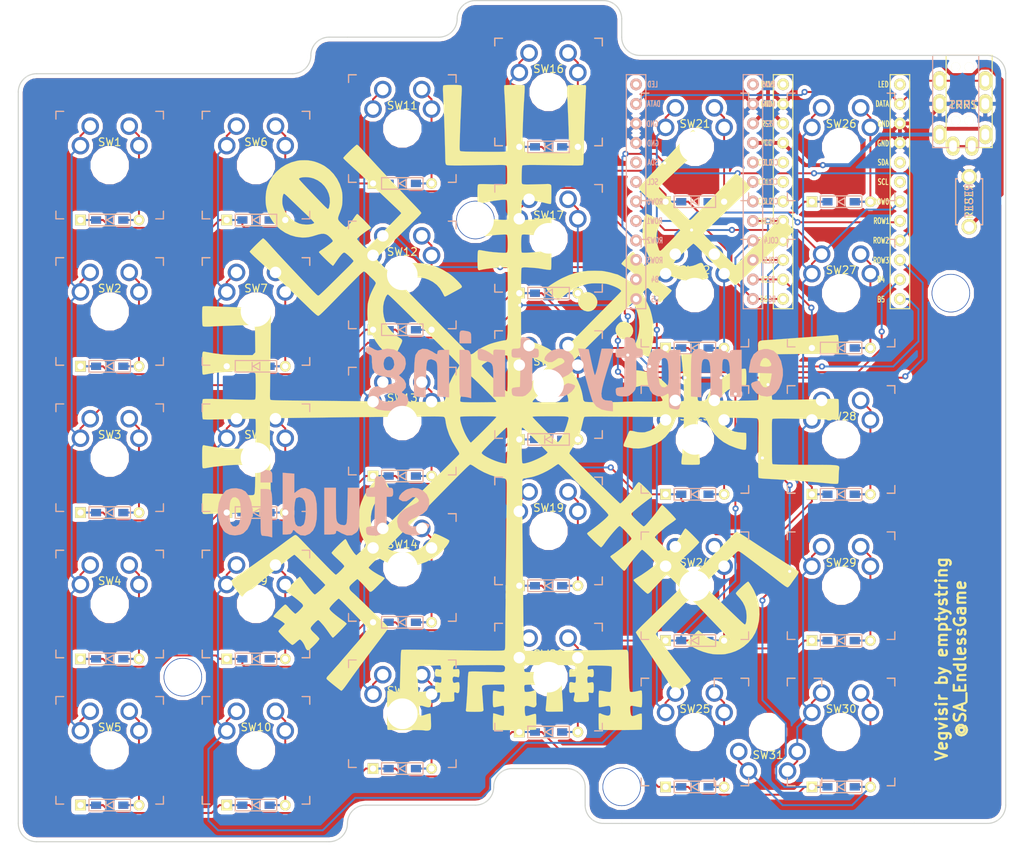
<source format=kicad_pcb>
(kicad_pcb (version 20171130) (host pcbnew "(5.0.0)")
  (layers (0 F.Cu signal) (31 B.Cu signal) (34 B.Paste user) (35 F.Paste user) (36 B.SilkS user) (37 F.SilkS user) (38 B.Mask user) (39 F.Mask user) (44 Edge.Cuts user))
  (net 0 "")
  (net 1 GND)
  (net 2 reset)
  (net 3 VCC)
  (net 4 "Net-(J1-PadA)")
  (net 5 data)
  (net 6 "Net-(U1-Pad1)")
  (net 7 "Net-(U1-Pad5)")
  (net 8 "Net-(U1-Pad6)")
  (net 9 col5)
  (net 10 col4)
  (net 11 col3)
  (net 12 col2)
  (net 13 col1)
  (net 14 col0)
  (net 15 row0)
  (net 16 row1)
  (net 17 row2)
  (net 18 row3)
  (net 19 row4)
  (net 20 "Net-(U1-Pad18)")
  (net 21 "Net-(U1-Pad19)")
  (net 22 "Net-(U1-Pad20)")
  (net 23 "Net-(U1-Pad24)")
  (net 24 "Net-(D17-Pad2)")
  (net 25 "Net-(D4-Pad2)")
  (net 26 "Net-(D16-Pad2)")
  (net 27 "Net-(D3-Pad2)")
  (net 28 "Net-(D15-Pad2)")
  (net 29 "Net-(D14-Pad2)")
  (net 30 "Net-(D13-Pad2)")
  (net 31 "Net-(D12-Pad2)")
  (net 32 "Net-(D11-Pad2)")
  (net 33 "Net-(D9-Pad2)")
  (net 34 "Net-(D8-Pad2)")
  (net 35 "Net-(D7-Pad2)")
  (net 36 "Net-(D6-Pad2)")
  (net 37 "Net-(D5-Pad2)")
  (net 38 "Net-(D10-Pad2)")
  (net 39 "Net-(D1-Pad2)")
  (net 40 "Net-(D2-Pad2)")
  (net 41 "Net-(D18-Pad2)")
  (net 42 "Net-(D30-Pad2)")
  (net 43 "Net-(D19-Pad2)")
  (net 44 "Net-(D20-Pad2)")
  (net 45 "Net-(D21-Pad2)")
  (net 46 "Net-(D22-Pad2)")
  (net 47 "Net-(D23-Pad2)")
  (net 48 "Net-(D25-Pad2)")
  (net 49 "Net-(D26-Pad2)")
  (net 50 "Net-(D27-Pad2)")
  (net 51 "Net-(D28-Pad2)")
  (net 52 "Net-(D29-Pad2)")
  (net 53 "Net-(D24-Pad2)")
  (net 54 "Net-(U2-Pad1)")
  (net 55 "Net-(U2-Pad5)")
  (net 56 "Net-(U2-Pad6)")
  (net 57 "Net-(U2-Pad18)")
  (net 58 "Net-(U2-Pad19)")
  (net 59 "Net-(U2-Pad20)")
  (net 60 "Net-(U2-Pad24)")
  (module kbd:D3_TH_SMD (layer F.Cu) (at 166.6875 161.925)
    (fp_text reference D3 hide)
    (fp_text value 1N4148 hide)
    (pad 1 smd rect (at -1.775 0) (size 1.3 0.95) (layers F.Cu F.Paste F.Mask) (net 17 row2))
    (pad 2 smd rect (at 1.775 0) (size 1.3 0.95) (layers B.Cu B.Paste B.Mask) (net 27 "Net-(D3-Pad2)"))
    (pad 1 smd rect (at -1.775 0) (size 1.3 0.95) (layers B.Cu B.Paste B.Mask) (net 17 row2))
    (pad 1 thru_hole rect (at -3.81 0) (size 1.397 1.397) (drill 0.8128) (layers *.Cu *.Mask F.SilkS) (net 17 row2))
    (pad 2 thru_hole circle (at 3.81 0) (size 1.397 1.397) (drill 0.8128) (layers *.Cu *.Mask F.SilkS) (net 27 "Net-(D3-Pad2)"))
    (pad 2 smd rect (at 1.775 0) (size 1.3 0.95) (layers F.Cu F.Paste F.Mask) (net 27 "Net-(D3-Pad2)"))
  )
  (module kbd:D3_TH_SMD (layer F.Cu) (at 204.7875 176.2125)
    (fp_text reference D14 hide)
    (fp_text value 1N4148 hide)
    (pad 2 smd rect (at 1.775 0) (size 1.3 0.95) (layers F.Cu F.Paste F.Mask) (net 29 "Net-(D14-Pad2)"))
    (pad 2 thru_hole circle (at 3.81 0) (size 1.397 1.397) (drill 0.8128) (layers *.Cu *.Mask F.SilkS) (net 29 "Net-(D14-Pad2)"))
    (pad 1 thru_hole rect (at -3.81 0) (size 1.397 1.397) (drill 0.8128) (layers *.Cu *.Mask F.SilkS) (net 18 row3))
    (pad 1 smd rect (at -1.775 0) (size 1.3 0.95) (layers B.Cu B.Paste B.Mask) (net 18 row3))
    (pad 2 smd rect (at 1.775 0) (size 1.3 0.95) (layers B.Cu B.Paste B.Mask) (net 29 "Net-(D14-Pad2)"))
    (pad 1 smd rect (at -1.775 0) (size 1.3 0.95) (layers F.Cu F.Paste F.Mask) (net 18 row3))
  )
  (module kbd:D3_TH_SMD (layer F.Cu) (at 223.8375 133.35)
    (fp_text reference D17 hide)
    (fp_text value 1N4148 hide)
    (pad 1 smd rect (at -1.775 0) (size 1.3 0.95) (layers F.Cu F.Paste F.Mask) (net 16 row1))
    (pad 2 smd rect (at 1.775 0) (size 1.3 0.95) (layers B.Cu B.Paste B.Mask) (net 24 "Net-(D17-Pad2)"))
    (pad 1 smd rect (at -1.775 0) (size 1.3 0.95) (layers B.Cu B.Paste B.Mask) (net 16 row1))
    (pad 1 thru_hole rect (at -3.81 0) (size 1.397 1.397) (drill 0.8128) (layers *.Cu *.Mask F.SilkS) (net 16 row1))
    (pad 2 thru_hole circle (at 3.81 0) (size 1.397 1.397) (drill 0.8128) (layers *.Cu *.Mask F.SilkS) (net 24 "Net-(D17-Pad2)"))
    (pad 2 smd rect (at 1.775 0) (size 1.3 0.95) (layers F.Cu F.Paste F.Mask) (net 24 "Net-(D17-Pad2)"))
  )
  (module kbd:D3_TH_SMD (layer F.Cu) (at 223.8375 152.4)
    (fp_text reference D18 hide)
    (fp_text value 1N4148 hide)
    (pad 2 smd rect (at 1.775 0) (size 1.3 0.95) (layers F.Cu F.Paste F.Mask) (net 41 "Net-(D18-Pad2)"))
    (pad 2 thru_hole circle (at 3.81 0) (size 1.397 1.397) (drill 0.8128) (layers *.Cu *.Mask F.SilkS) (net 41 "Net-(D18-Pad2)"))
    (pad 1 thru_hole rect (at -3.81 0) (size 1.397 1.397) (drill 0.8128) (layers *.Cu *.Mask F.SilkS) (net 17 row2))
    (pad 1 smd rect (at -1.775 0) (size 1.3 0.95) (layers B.Cu B.Paste B.Mask) (net 17 row2))
    (pad 2 smd rect (at 1.775 0) (size 1.3 0.95) (layers B.Cu B.Paste B.Mask) (net 41 "Net-(D18-Pad2)"))
    (pad 1 smd rect (at -1.775 0) (size 1.3 0.95) (layers F.Cu F.Paste F.Mask) (net 17 row2))
  )
  (module kbd:D3_TH_SMD (layer F.Cu) (at 223.8375 171.45)
    (fp_text reference D19 hide)
    (fp_text value 1N4148 hide)
    (pad 1 smd rect (at -1.775 0) (size 1.3 0.95) (layers F.Cu F.Paste F.Mask) (net 18 row3))
    (pad 2 smd rect (at 1.775 0) (size 1.3 0.95) (layers B.Cu B.Paste B.Mask) (net 43 "Net-(D19-Pad2)"))
    (pad 1 smd rect (at -1.775 0) (size 1.3 0.95) (layers B.Cu B.Paste B.Mask) (net 18 row3))
    (pad 1 thru_hole rect (at -3.81 0) (size 1.397 1.397) (drill 0.8128) (layers *.Cu *.Mask F.SilkS) (net 18 row3))
    (pad 2 thru_hole circle (at 3.81 0) (size 1.397 1.397) (drill 0.8128) (layers *.Cu *.Mask F.SilkS) (net 43 "Net-(D19-Pad2)"))
    (pad 2 smd rect (at 1.775 0) (size 1.3 0.95) (layers F.Cu F.Paste F.Mask) (net 43 "Net-(D19-Pad2)"))
  )
  (module kbd:D3_TH_SMD (layer F.Cu) (at 223.8375 190.5)
    (fp_text reference D20 hide)
    (fp_text value 1N4148 hide)
    (pad 2 smd rect (at 1.775 0) (size 1.3 0.95) (layers F.Cu F.Paste F.Mask) (net 44 "Net-(D20-Pad2)"))
    (pad 2 thru_hole circle (at 3.81 0) (size 1.397 1.397) (drill 0.8128) (layers *.Cu *.Mask F.SilkS) (net 44 "Net-(D20-Pad2)"))
    (pad 1 thru_hole rect (at -3.81 0) (size 1.397 1.397) (drill 0.8128) (layers *.Cu *.Mask F.SilkS) (net 19 row4))
    (pad 1 smd rect (at -1.775 0) (size 1.3 0.95) (layers B.Cu B.Paste B.Mask) (net 19 row4))
    (pad 2 smd rect (at 1.775 0) (size 1.3 0.95) (layers B.Cu B.Paste B.Mask) (net 44 "Net-(D20-Pad2)"))
    (pad 1 smd rect (at -1.775 0) (size 1.3 0.95) (layers F.Cu F.Paste F.Mask) (net 19 row4))
  )
  (module kbd:D3_TH_SMD (layer F.Cu) (at 242.8875 121.44375)
    (fp_text reference D21 hide)
    (fp_text value 1N4148 hide)
    (pad 1 smd rect (at -1.775 0) (size 1.3 0.95) (layers F.Cu F.Paste F.Mask) (net 15 row0))
    (pad 2 smd rect (at 1.775 0) (size 1.3 0.95) (layers B.Cu B.Paste B.Mask) (net 45 "Net-(D21-Pad2)"))
    (pad 1 smd rect (at -1.775 0) (size 1.3 0.95) (layers B.Cu B.Paste B.Mask) (net 15 row0))
    (pad 1 thru_hole rect (at -3.81 0) (size 1.397 1.397) (drill 0.8128) (layers *.Cu *.Mask F.SilkS) (net 15 row0))
    (pad 2 thru_hole circle (at 3.81 0) (size 1.397 1.397) (drill 0.8128) (layers *.Cu *.Mask F.SilkS) (net 45 "Net-(D21-Pad2)"))
    (pad 2 smd rect (at 1.775 0) (size 1.3 0.95) (layers F.Cu F.Paste F.Mask) (net 45 "Net-(D21-Pad2)"))
  )
  (module kbd:D3_TH_SMD (layer F.Cu) (at 242.8875 140.49375)
    (fp_text reference D22 hide)
    (fp_text value 1N4148 hide)
    (pad 2 smd rect (at 1.775 0) (size 1.3 0.95) (layers F.Cu F.Paste F.Mask) (net 46 "Net-(D22-Pad2)"))
    (pad 2 thru_hole circle (at 3.81 0) (size 1.397 1.397) (drill 0.8128) (layers *.Cu *.Mask F.SilkS) (net 46 "Net-(D22-Pad2)"))
    (pad 1 thru_hole rect (at -3.81 0) (size 1.397 1.397) (drill 0.8128) (layers *.Cu *.Mask F.SilkS) (net 16 row1))
    (pad 1 smd rect (at -1.775 0) (size 1.3 0.95) (layers B.Cu B.Paste B.Mask) (net 16 row1))
    (pad 2 smd rect (at 1.775 0) (size 1.3 0.95) (layers B.Cu B.Paste B.Mask) (net 46 "Net-(D22-Pad2)"))
    (pad 1 smd rect (at -1.775 0) (size 1.3 0.95) (layers F.Cu F.Paste F.Mask) (net 16 row1))
  )
  (module kbd:D3_TH_SMD (layer F.Cu) (at 242.8875 159.54375)
    (fp_text reference D23 hide)
    (fp_text value 1N4148 hide)
    (pad 1 smd rect (at -1.775 0) (size 1.3 0.95) (layers F.Cu F.Paste F.Mask) (net 17 row2))
    (pad 2 smd rect (at 1.775 0) (size 1.3 0.95) (layers B.Cu B.Paste B.Mask) (net 47 "Net-(D23-Pad2)"))
    (pad 1 smd rect (at -1.775 0) (size 1.3 0.95) (layers B.Cu B.Paste B.Mask) (net 17 row2))
    (pad 1 thru_hole rect (at -3.81 0) (size 1.397 1.397) (drill 0.8128) (layers *.Cu *.Mask F.SilkS) (net 17 row2))
    (pad 2 thru_hole circle (at 3.81 0) (size 1.397 1.397) (drill 0.8128) (layers *.Cu *.Mask F.SilkS) (net 47 "Net-(D23-Pad2)"))
    (pad 2 smd rect (at 1.775 0) (size 1.3 0.95) (layers F.Cu F.Paste F.Mask) (net 47 "Net-(D23-Pad2)"))
  )
  (module kbd:D3_TH_SMD (layer F.Cu) (at 242.8875 178.59375)
    (fp_text reference D24 hide)
    (fp_text value 1N4148 hide)
    (pad 2 smd rect (at 1.775 0) (size 1.3 0.95) (layers F.Cu F.Paste F.Mask) (net 53 "Net-(D24-Pad2)"))
    (pad 2 thru_hole circle (at 3.81 0) (size 1.397 1.397) (drill 0.8128) (layers *.Cu *.Mask F.SilkS) (net 53 "Net-(D24-Pad2)"))
    (pad 1 thru_hole rect (at -3.81 0) (size 1.397 1.397) (drill 0.8128) (layers *.Cu *.Mask F.SilkS) (net 18 row3))
    (pad 1 smd rect (at -1.775 0) (size 1.3 0.95) (layers B.Cu B.Paste B.Mask) (net 18 row3))
    (pad 2 smd rect (at 1.775 0) (size 1.3 0.95) (layers B.Cu B.Paste B.Mask) (net 53 "Net-(D24-Pad2)"))
    (pad 1 smd rect (at -1.775 0) (size 1.3 0.95) (layers F.Cu F.Paste F.Mask) (net 18 row3))
  )
  (module kbd:D3_TH_SMD (layer F.Cu) (at 242.8875 197.64375)
    (fp_text reference D25 hide)
    (fp_text value 1N4148 hide)
    (pad 1 smd rect (at -1.775 0) (size 1.3 0.95) (layers F.Cu F.Paste F.Mask) (net 19 row4))
    (pad 2 smd rect (at 1.775 0) (size 1.3 0.95) (layers B.Cu B.Paste B.Mask) (net 48 "Net-(D25-Pad2)"))
    (pad 1 smd rect (at -1.775 0) (size 1.3 0.95) (layers B.Cu B.Paste B.Mask) (net 19 row4))
    (pad 1 thru_hole rect (at -3.81 0) (size 1.397 1.397) (drill 0.8128) (layers *.Cu *.Mask F.SilkS) (net 19 row4))
    (pad 2 thru_hole circle (at 3.81 0) (size 1.397 1.397) (drill 0.8128) (layers *.Cu *.Mask F.SilkS) (net 48 "Net-(D25-Pad2)"))
    (pad 2 smd rect (at 1.775 0) (size 1.3 0.95) (layers F.Cu F.Paste F.Mask) (net 48 "Net-(D25-Pad2)"))
  )
  (module kbd:D3_TH_SMD (layer F.Cu) (at 261.9375 121.44375)
    (fp_text reference D26 hide)
    (fp_text value 1N4148 hide)
    (pad 2 smd rect (at 1.775 0) (size 1.3 0.95) (layers F.Cu F.Paste F.Mask) (net 49 "Net-(D26-Pad2)"))
    (pad 2 thru_hole circle (at 3.81 0) (size 1.397 1.397) (drill 0.8128) (layers *.Cu *.Mask F.SilkS) (net 49 "Net-(D26-Pad2)"))
    (pad 1 thru_hole rect (at -3.81 0) (size 1.397 1.397) (drill 0.8128) (layers *.Cu *.Mask F.SilkS) (net 15 row0))
    (pad 1 smd rect (at -1.775 0) (size 1.3 0.95) (layers B.Cu B.Paste B.Mask) (net 15 row0))
    (pad 2 smd rect (at 1.775 0) (size 1.3 0.95) (layers B.Cu B.Paste B.Mask) (net 49 "Net-(D26-Pad2)"))
    (pad 1 smd rect (at -1.775 0) (size 1.3 0.95) (layers F.Cu F.Paste F.Mask) (net 15 row0))
  )
  (module kbd:D3_TH_SMD (layer F.Cu) (at 261.9375 140.49375)
    (fp_text reference D27 hide)
    (fp_text value 1N4148 hide)
    (pad 1 smd rect (at -1.775 0) (size 1.3 0.95) (layers F.Cu F.Paste F.Mask) (net 16 row1))
    (pad 2 smd rect (at 1.775 0) (size 1.3 0.95) (layers B.Cu B.Paste B.Mask) (net 50 "Net-(D27-Pad2)"))
    (pad 1 smd rect (at -1.775 0) (size 1.3 0.95) (layers B.Cu B.Paste B.Mask) (net 16 row1))
    (pad 1 thru_hole rect (at -3.81 0) (size 1.397 1.397) (drill 0.8128) (layers *.Cu *.Mask F.SilkS) (net 16 row1))
    (pad 2 thru_hole circle (at 3.81 0) (size 1.397 1.397) (drill 0.8128) (layers *.Cu *.Mask F.SilkS) (net 50 "Net-(D27-Pad2)"))
    (pad 2 smd rect (at 1.775 0) (size 1.3 0.95) (layers F.Cu F.Paste F.Mask) (net 50 "Net-(D27-Pad2)"))
  )
  (module kbd:D3_TH_SMD (layer F.Cu) (at 261.9375 159.54375)
    (fp_text reference D28 hide)
    (fp_text value 1N4148 hide)
    (pad 2 smd rect (at 1.775 0) (size 1.3 0.95) (layers F.Cu F.Paste F.Mask) (net 51 "Net-(D28-Pad2)"))
    (pad 2 thru_hole circle (at 3.81 0) (size 1.397 1.397) (drill 0.8128) (layers *.Cu *.Mask F.SilkS) (net 51 "Net-(D28-Pad2)"))
    (pad 1 thru_hole rect (at -3.81 0) (size 1.397 1.397) (drill 0.8128) (layers *.Cu *.Mask F.SilkS) (net 17 row2))
    (pad 1 smd rect (at -1.775 0) (size 1.3 0.95) (layers B.Cu B.Paste B.Mask) (net 17 row2))
    (pad 2 smd rect (at 1.775 0) (size 1.3 0.95) (layers B.Cu B.Paste B.Mask) (net 51 "Net-(D28-Pad2)"))
    (pad 1 smd rect (at -1.775 0) (size 1.3 0.95) (layers F.Cu F.Paste F.Mask) (net 17 row2))
  )
  (module kbd:D3_TH_SMD (layer F.Cu) (at 261.9375 178.59375)
    (fp_text reference D29 hide)
    (fp_text value 1N4148 hide)
    (pad 1 smd rect (at -1.775 0) (size 1.3 0.95) (layers F.Cu F.Paste F.Mask) (net 18 row3))
    (pad 2 smd rect (at 1.775 0) (size 1.3 0.95) (layers B.Cu B.Paste B.Mask) (net 52 "Net-(D29-Pad2)"))
    (pad 1 smd rect (at -1.775 0) (size 1.3 0.95) (layers B.Cu B.Paste B.Mask) (net 18 row3))
    (pad 1 thru_hole rect (at -3.81 0) (size 1.397 1.397) (drill 0.8128) (layers *.Cu *.Mask F.SilkS) (net 18 row3))
    (pad 2 thru_hole circle (at 3.81 0) (size 1.397 1.397) (drill 0.8128) (layers *.Cu *.Mask F.SilkS) (net 52 "Net-(D29-Pad2)"))
    (pad 2 smd rect (at 1.775 0) (size 1.3 0.95) (layers F.Cu F.Paste F.Mask) (net 52 "Net-(D29-Pad2)"))
  )
  (module kbd:D3_TH_SMD (layer F.Cu) (at 223.8375 114.3)
    (fp_text reference D16 hide)
    (fp_text value 1N4148 hide)
    (pad 2 smd rect (at 1.775 0) (size 1.3 0.95) (layers F.Cu F.Paste F.Mask) (net 26 "Net-(D16-Pad2)"))
    (pad 2 thru_hole circle (at 3.81 0) (size 1.397 1.397) (drill 0.8128) (layers *.Cu *.Mask F.SilkS) (net 26 "Net-(D16-Pad2)"))
    (pad 1 thru_hole rect (at -3.81 0) (size 1.397 1.397) (drill 0.8128) (layers *.Cu *.Mask F.SilkS) (net 15 row0))
    (pad 1 smd rect (at -1.775 0) (size 1.3 0.95) (layers B.Cu B.Paste B.Mask) (net 15 row0))
    (pad 2 smd rect (at 1.775 0) (size 1.3 0.95) (layers B.Cu B.Paste B.Mask) (net 26 "Net-(D16-Pad2)"))
    (pad 1 smd rect (at -1.775 0) (size 1.3 0.95) (layers F.Cu F.Paste F.Mask) (net 15 row0))
  )
  (module kbd:D3_TH_SMD (layer F.Cu) (at 166.6875 142.875)
    (fp_text reference D2 hide)
    (fp_text value 1N4148 hide)
    (pad 1 smd rect (at -1.775 0) (size 1.3 0.95) (layers F.Cu F.Paste F.Mask) (net 16 row1))
    (pad 2 smd rect (at 1.775 0) (size 1.3 0.95) (layers B.Cu B.Paste B.Mask) (net 40 "Net-(D2-Pad2)"))
    (pad 1 smd rect (at -1.775 0) (size 1.3 0.95) (layers B.Cu B.Paste B.Mask) (net 16 row1))
    (pad 1 thru_hole rect (at -3.81 0) (size 1.397 1.397) (drill 0.8128) (layers *.Cu *.Mask F.SilkS) (net 16 row1))
    (pad 2 thru_hole circle (at 3.81 0) (size 1.397 1.397) (drill 0.8128) (layers *.Cu *.Mask F.SilkS) (net 40 "Net-(D2-Pad2)"))
    (pad 2 smd rect (at 1.775 0) (size 1.3 0.95) (layers F.Cu F.Paste F.Mask) (net 40 "Net-(D2-Pad2)"))
  )
  (module kbd:D3_TH_SMD (layer F.Cu) (at 166.6875 123.825)
    (fp_text reference D1 hide)
    (fp_text value 1N4148 hide)
    (pad 2 smd rect (at 1.775 0) (size 1.3 0.95) (layers F.Cu F.Paste F.Mask) (net 39 "Net-(D1-Pad2)"))
    (pad 2 thru_hole circle (at 3.81 0) (size 1.397 1.397) (drill 0.8128) (layers *.Cu *.Mask F.SilkS) (net 39 "Net-(D1-Pad2)"))
    (pad 1 thru_hole rect (at -3.81 0) (size 1.397 1.397) (drill 0.8128) (layers *.Cu *.Mask F.SilkS) (net 15 row0))
    (pad 1 smd rect (at -1.775 0) (size 1.3 0.95) (layers B.Cu B.Paste B.Mask) (net 15 row0))
    (pad 2 smd rect (at 1.775 0) (size 1.3 0.95) (layers B.Cu B.Paste B.Mask) (net 39 "Net-(D1-Pad2)"))
    (pad 1 smd rect (at -1.775 0) (size 1.3 0.95) (layers F.Cu F.Paste F.Mask) (net 15 row0))
  )
  (module kbd:D3_TH_SMD (layer F.Cu) (at 166.6875 180.975)
    (fp_text reference D4 hide)
    (fp_text value 1N4148 hide)
    (pad 2 smd rect (at 1.775 0) (size 1.3 0.95) (layers F.Cu F.Paste F.Mask) (net 25 "Net-(D4-Pad2)"))
    (pad 2 thru_hole circle (at 3.81 0) (size 1.397 1.397) (drill 0.8128) (layers *.Cu *.Mask F.SilkS) (net 25 "Net-(D4-Pad2)"))
    (pad 1 thru_hole rect (at -3.81 0) (size 1.397 1.397) (drill 0.8128) (layers *.Cu *.Mask F.SilkS) (net 18 row3))
    (pad 1 smd rect (at -1.775 0) (size 1.3 0.95) (layers B.Cu B.Paste B.Mask) (net 18 row3))
    (pad 2 smd rect (at 1.775 0) (size 1.3 0.95) (layers B.Cu B.Paste B.Mask) (net 25 "Net-(D4-Pad2)"))
    (pad 1 smd rect (at -1.775 0) (size 1.3 0.95) (layers F.Cu F.Paste F.Mask) (net 18 row3))
  )
  (module kbd:D3_TH_SMD (layer F.Cu) (at 166.6875 200.025)
    (fp_text reference D5 hide)
    (fp_text value 1N4148 hide)
    (pad 1 smd rect (at -1.775 0) (size 1.3 0.95) (layers F.Cu F.Paste F.Mask) (net 19 row4))
    (pad 2 smd rect (at 1.775 0) (size 1.3 0.95) (layers B.Cu B.Paste B.Mask) (net 37 "Net-(D5-Pad2)"))
    (pad 1 smd rect (at -1.775 0) (size 1.3 0.95) (layers B.Cu B.Paste B.Mask) (net 19 row4))
    (pad 1 thru_hole rect (at -3.81 0) (size 1.397 1.397) (drill 0.8128) (layers *.Cu *.Mask F.SilkS) (net 19 row4))
    (pad 2 thru_hole circle (at 3.81 0) (size 1.397 1.397) (drill 0.8128) (layers *.Cu *.Mask F.SilkS) (net 37 "Net-(D5-Pad2)"))
    (pad 2 smd rect (at 1.775 0) (size 1.3 0.95) (layers F.Cu F.Paste F.Mask) (net 37 "Net-(D5-Pad2)"))
  )
  (module kbd:D3_TH_SMD (layer F.Cu) (at 185.7375 123.825)
    (fp_text reference D6 hide)
    (fp_text value 1N4148 hide)
    (pad 2 smd rect (at 1.775 0) (size 1.3 0.95) (layers F.Cu F.Paste F.Mask) (net 36 "Net-(D6-Pad2)"))
    (pad 2 thru_hole circle (at 3.81 0) (size 1.397 1.397) (drill 0.8128) (layers *.Cu *.Mask F.SilkS) (net 36 "Net-(D6-Pad2)"))
    (pad 1 thru_hole rect (at -3.81 0) (size 1.397 1.397) (drill 0.8128) (layers *.Cu *.Mask F.SilkS) (net 15 row0))
    (pad 1 smd rect (at -1.775 0) (size 1.3 0.95) (layers B.Cu B.Paste B.Mask) (net 15 row0))
    (pad 2 smd rect (at 1.775 0) (size 1.3 0.95) (layers B.Cu B.Paste B.Mask) (net 36 "Net-(D6-Pad2)"))
    (pad 1 smd rect (at -1.775 0) (size 1.3 0.95) (layers F.Cu F.Paste F.Mask) (net 15 row0))
  )
  (module kbd:D3_TH_SMD (layer F.Cu) (at 185.7375 142.875)
    (fp_text reference D7 hide)
    (fp_text value 1N4148 hide)
    (pad 1 smd rect (at -1.775 0) (size 1.3 0.95) (layers F.Cu F.Paste F.Mask) (net 16 row1))
    (pad 2 smd rect (at 1.775 0) (size 1.3 0.95) (layers B.Cu B.Paste B.Mask) (net 35 "Net-(D7-Pad2)"))
    (pad 1 smd rect (at -1.775 0) (size 1.3 0.95) (layers B.Cu B.Paste B.Mask) (net 16 row1))
    (pad 1 thru_hole rect (at -3.81 0) (size 1.397 1.397) (drill 0.8128) (layers *.Cu *.Mask F.SilkS) (net 16 row1))
    (pad 2 thru_hole circle (at 3.81 0) (size 1.397 1.397) (drill 0.8128) (layers *.Cu *.Mask F.SilkS) (net 35 "Net-(D7-Pad2)"))
    (pad 2 smd rect (at 1.775 0) (size 1.3 0.95) (layers F.Cu F.Paste F.Mask) (net 35 "Net-(D7-Pad2)"))
  )
  (module kbd:D3_TH_SMD (layer F.Cu) (at 185.7375 161.925)
    (fp_text reference D8 hide)
    (fp_text value 1N4148 hide)
    (pad 2 smd rect (at 1.775 0) (size 1.3 0.95) (layers F.Cu F.Paste F.Mask) (net 34 "Net-(D8-Pad2)"))
    (pad 2 thru_hole circle (at 3.81 0) (size 1.397 1.397) (drill 0.8128) (layers *.Cu *.Mask F.SilkS) (net 34 "Net-(D8-Pad2)"))
    (pad 1 thru_hole rect (at -3.81 0) (size 1.397 1.397) (drill 0.8128) (layers *.Cu *.Mask F.SilkS) (net 17 row2))
    (pad 1 smd rect (at -1.775 0) (size 1.3 0.95) (layers B.Cu B.Paste B.Mask) (net 17 row2))
    (pad 2 smd rect (at 1.775 0) (size 1.3 0.95) (layers B.Cu B.Paste B.Mask) (net 34 "Net-(D8-Pad2)"))
    (pad 1 smd rect (at -1.775 0) (size 1.3 0.95) (layers F.Cu F.Paste F.Mask) (net 17 row2))
  )
  (module kbd:D3_TH_SMD (layer F.Cu) (at 185.7375 180.975)
    (fp_text reference D9 hide)
    (fp_text value 1N4148 hide)
    (pad 1 smd rect (at -1.775 0) (size 1.3 0.95) (layers F.Cu F.Paste F.Mask) (net 18 row3))
    (pad 2 smd rect (at 1.775 0) (size 1.3 0.95) (layers B.Cu B.Paste B.Mask) (net 33 "Net-(D9-Pad2)"))
    (pad 1 smd rect (at -1.775 0) (size 1.3 0.95) (layers B.Cu B.Paste B.Mask) (net 18 row3))
    (pad 1 thru_hole rect (at -3.81 0) (size 1.397 1.397) (drill 0.8128) (layers *.Cu *.Mask F.SilkS) (net 18 row3))
    (pad 2 thru_hole circle (at 3.81 0) (size 1.397 1.397) (drill 0.8128) (layers *.Cu *.Mask F.SilkS) (net 33 "Net-(D9-Pad2)"))
    (pad 2 smd rect (at 1.775 0) (size 1.3 0.95) (layers F.Cu F.Paste F.Mask) (net 33 "Net-(D9-Pad2)"))
  )
  (module kbd:D3_TH_SMD (layer F.Cu) (at 185.7375 200.025)
    (fp_text reference D10 hide)
    (fp_text value 1N4148 hide)
    (pad 2 smd rect (at 1.775 0) (size 1.3 0.95) (layers F.Cu F.Paste F.Mask) (net 38 "Net-(D10-Pad2)"))
    (pad 2 thru_hole circle (at 3.81 0) (size 1.397 1.397) (drill 0.8128) (layers *.Cu *.Mask F.SilkS) (net 38 "Net-(D10-Pad2)"))
    (pad 1 thru_hole rect (at -3.81 0) (size 1.397 1.397) (drill 0.8128) (layers *.Cu *.Mask F.SilkS) (net 19 row4))
    (pad 1 smd rect (at -1.775 0) (size 1.3 0.95) (layers B.Cu B.Paste B.Mask) (net 19 row4))
    (pad 2 smd rect (at 1.775 0) (size 1.3 0.95) (layers B.Cu B.Paste B.Mask) (net 38 "Net-(D10-Pad2)"))
    (pad 1 smd rect (at -1.775 0) (size 1.3 0.95) (layers F.Cu F.Paste F.Mask) (net 19 row4))
  )
  (module kbd:D3_TH_SMD (layer F.Cu) (at 204.7875 119.0625)
    (fp_text reference D11 hide)
    (fp_text value 1N4148 hide)
    (pad 1 smd rect (at -1.775 0) (size 1.3 0.95) (layers F.Cu F.Paste F.Mask) (net 15 row0))
    (pad 2 smd rect (at 1.775 0) (size 1.3 0.95) (layers B.Cu B.Paste B.Mask) (net 32 "Net-(D11-Pad2)"))
    (pad 1 smd rect (at -1.775 0) (size 1.3 0.95) (layers B.Cu B.Paste B.Mask) (net 15 row0))
    (pad 1 thru_hole rect (at -3.81 0) (size 1.397 1.397) (drill 0.8128) (layers *.Cu *.Mask F.SilkS) (net 15 row0))
    (pad 2 thru_hole circle (at 3.81 0) (size 1.397 1.397) (drill 0.8128) (layers *.Cu *.Mask F.SilkS) (net 32 "Net-(D11-Pad2)"))
    (pad 2 smd rect (at 1.775 0) (size 1.3 0.95) (layers F.Cu F.Paste F.Mask) (net 32 "Net-(D11-Pad2)"))
  )
  (module kbd:D3_TH_SMD (layer F.Cu) (at 204.7875 138.1125)
    (fp_text reference D12 hide)
    (fp_text value 1N4148 hide)
    (pad 2 smd rect (at 1.775 0) (size 1.3 0.95) (layers F.Cu F.Paste F.Mask) (net 31 "Net-(D12-Pad2)"))
    (pad 2 thru_hole circle (at 3.81 0) (size 1.397 1.397) (drill 0.8128) (layers *.Cu *.Mask F.SilkS) (net 31 "Net-(D12-Pad2)"))
    (pad 1 thru_hole rect (at -3.81 0) (size 1.397 1.397) (drill 0.8128) (layers *.Cu *.Mask F.SilkS) (net 16 row1))
    (pad 1 smd rect (at -1.775 0) (size 1.3 0.95) (layers B.Cu B.Paste B.Mask) (net 16 row1))
    (pad 2 smd rect (at 1.775 0) (size 1.3 0.95) (layers B.Cu B.Paste B.Mask) (net 31 "Net-(D12-Pad2)"))
    (pad 1 smd rect (at -1.775 0) (size 1.3 0.95) (layers F.Cu F.Paste F.Mask) (net 16 row1))
  )
  (module kbd:D3_TH_SMD (layer F.Cu) (at 204.7875 157.1625)
    (fp_text reference D13 hide)
    (fp_text value 1N4148 hide)
    (pad 1 smd rect (at -1.775 0) (size 1.3 0.95) (layers F.Cu F.Paste F.Mask) (net 17 row2))
    (pad 2 smd rect (at 1.775 0) (size 1.3 0.95) (layers B.Cu B.Paste B.Mask) (net 30 "Net-(D13-Pad2)"))
    (pad 1 smd rect (at -1.775 0) (size 1.3 0.95) (layers B.Cu B.Paste B.Mask) (net 17 row2))
    (pad 1 thru_hole rect (at -3.81 0) (size 1.397 1.397) (drill 0.8128) (layers *.Cu *.Mask F.SilkS) (net 17 row2))
    (pad 2 thru_hole circle (at 3.81 0) (size 1.397 1.397) (drill 0.8128) (layers *.Cu *.Mask F.SilkS) (net 30 "Net-(D13-Pad2)"))
    (pad 2 smd rect (at 1.775 0) (size 1.3 0.95) (layers F.Cu F.Paste F.Mask) (net 30 "Net-(D13-Pad2)"))
  )
  (module kbd:D3_TH_SMD (layer F.Cu) (at 204.7875 195.2625)
    (fp_text reference D15 hide)
    (fp_text value 1N4148 hide)
    (pad 2 smd rect (at 1.775 0) (size 1.3 0.95) (layers F.Cu F.Paste F.Mask) (net 28 "Net-(D15-Pad2)"))
    (pad 2 thru_hole circle (at 3.81 0) (size 1.397 1.397) (drill 0.8128) (layers *.Cu *.Mask F.SilkS) (net 28 "Net-(D15-Pad2)"))
    (pad 1 thru_hole rect (at -3.81 0) (size 1.397 1.397) (drill 0.8128) (layers *.Cu *.Mask F.SilkS) (net 19 row4))
    (pad 1 smd rect (at -1.775 0) (size 1.3 0.95) (layers B.Cu B.Paste B.Mask) (net 19 row4))
    (pad 2 smd rect (at 1.775 0) (size 1.3 0.95) (layers B.Cu B.Paste B.Mask) (net 28 "Net-(D15-Pad2)"))
    (pad 1 smd rect (at -1.775 0) (size 1.3 0.95) (layers F.Cu F.Paste F.Mask) (net 19 row4))
  )
  (module kbd:D3_TH_SMD (layer F.Cu) (at 261.9375 197.64375)
    (fp_text reference D30 hide)
    (fp_text value 1N4148 hide)
    (pad 1 smd rect (at -1.775 0) (size 1.3 0.95) (layers F.Cu F.Paste F.Mask) (net 19 row4))
    (pad 2 smd rect (at 1.775 0) (size 1.3 0.95) (layers B.Cu B.Paste B.Mask) (net 42 "Net-(D30-Pad2)"))
    (pad 1 smd rect (at -1.775 0) (size 1.3 0.95) (layers B.Cu B.Paste B.Mask) (net 19 row4))
    (pad 1 thru_hole rect (at -3.81 0) (size 1.397 1.397) (drill 0.8128) (layers *.Cu *.Mask F.SilkS) (net 19 row4))
    (pad 2 thru_hole circle (at 3.81 0) (size 1.397 1.397) (drill 0.8128) (layers *.Cu *.Mask F.SilkS) (net 42 "Net-(D30-Pad2)"))
    (pad 2 smd rect (at 1.775 0) (size 1.3 0.95) (layers F.Cu F.Paste F.Mask) (net 42 "Net-(D30-Pad2)"))
  )
  (module keyswitches:MX_reversible_minimal (layer F.Cu) (at 223.8375 145.25625)
    (fp_text reference SW18 (at 0 -3) (layer F.SilkS))
    (fp_text value SW_PUSH)
    (pad 2 thru_hole circle (at 3.81 -2.54) (size 2.286 2.286) (drill 1.4986) (layers *.Cu *.Mask) (net 41 "Net-(D18-Pad2)"))
    (pad 1 thru_hole circle (at -2.54 -5.08) (size 2.286 2.286) (drill 1.4986) (layers *.Cu *.Mask) (net 11 col3))
    (pad 2 thru_hole circle (at 2.54 -5.08) (size 2.286 2.286) (drill 1.4986) (layers *.Cu *.Mask) (net 41 "Net-(D18-Pad2)"))
    (pad "" np_thru_hole circle (at 0 0) (size 3.9878 3.9878) (drill 3.9878) (layers *.Cu *.Mask))
    (pad 1 thru_hole circle (at -3.81 -2.54) (size 2.286 2.286) (drill 1.4986) (layers *.Cu *.Mask) (net 11 col3))
  )
  (module keyswitches:MX_reversible_minimal (layer F.Cu) (at 252.4125 190.5 180)
    (fp_text reference SW31 (at 0 -3 180) (layer F.SilkS))
    (fp_text value SW_PUSH)
    (pad 1 thru_hole circle (at -3.81 -2.54 180) (size 2.286 2.286) (drill 1.4986) (layers *.Cu *.Mask) (net 9 col5))
    (pad "" np_thru_hole circle (at 0 0 180) (size 3.9878 3.9878) (drill 3.9878) (layers *.Cu *.Mask))
    (pad 2 thru_hole circle (at 2.54 -5.08 180) (size 2.286 2.286) (drill 1.4986) (layers *.Cu *.Mask) (net 42 "Net-(D30-Pad2)"))
    (pad 1 thru_hole circle (at -2.54 -5.08 180) (size 2.286 2.286) (drill 1.4986) (layers *.Cu *.Mask) (net 9 col5))
    (pad 2 thru_hole circle (at 3.81 -2.54 180) (size 2.286 2.286) (drill 1.4986) (layers *.Cu *.Mask) (net 42 "Net-(D30-Pad2)"))
  )
  (module keyswitches:MX_reversible_minimal (layer F.Cu) (at 261.9375 190.5)
    (fp_text reference SW30 (at 0 -3) (layer F.SilkS))
    (fp_text value SW_PUSH)
    (pad 2 thru_hole circle (at 3.81 -2.54) (size 2.286 2.286) (drill 1.4986) (layers *.Cu *.Mask) (net 42 "Net-(D30-Pad2)"))
    (pad 1 thru_hole circle (at -2.54 -5.08) (size 2.286 2.286) (drill 1.4986) (layers *.Cu *.Mask) (net 9 col5))
    (pad 2 thru_hole circle (at 2.54 -5.08) (size 2.286 2.286) (drill 1.4986) (layers *.Cu *.Mask) (net 42 "Net-(D30-Pad2)"))
    (pad "" np_thru_hole circle (at 0 0) (size 3.9878 3.9878) (drill 3.9878) (layers *.Cu *.Mask))
    (pad 1 thru_hole circle (at -3.81 -2.54) (size 2.286 2.286) (drill 1.4986) (layers *.Cu *.Mask) (net 9 col5))
  )
  (module keyswitches:MX_reversible_minimal (layer F.Cu) (at 261.9375 171.45)
    (fp_text reference SW29 (at 0 -3) (layer F.SilkS))
    (fp_text value SW_PUSH)
    (pad 1 thru_hole circle (at -3.81 -2.54) (size 2.286 2.286) (drill 1.4986) (layers *.Cu *.Mask) (net 9 col5))
    (pad "" np_thru_hole circle (at 0 0) (size 3.9878 3.9878) (drill 3.9878) (layers *.Cu *.Mask))
    (pad 2 thru_hole circle (at 2.54 -5.08) (size 2.286 2.286) (drill 1.4986) (layers *.Cu *.Mask) (net 52 "Net-(D29-Pad2)"))
    (pad 1 thru_hole circle (at -2.54 -5.08) (size 2.286 2.286) (drill 1.4986) (layers *.Cu *.Mask) (net 9 col5))
    (pad 2 thru_hole circle (at 3.81 -2.54) (size 2.286 2.286) (drill 1.4986) (layers *.Cu *.Mask) (net 52 "Net-(D29-Pad2)"))
  )
  (module keyswitches:MX_reversible_minimal (layer F.Cu) (at 261.9375 152.4)
    (fp_text reference SW28 (at 0 -3) (layer F.SilkS))
    (fp_text value SW_PUSH)
    (pad 2 thru_hole circle (at 3.81 -2.54) (size 2.286 2.286) (drill 1.4986) (layers *.Cu *.Mask) (net 51 "Net-(D28-Pad2)"))
    (pad 1 thru_hole circle (at -2.54 -5.08) (size 2.286 2.286) (drill 1.4986) (layers *.Cu *.Mask) (net 9 col5))
    (pad 2 thru_hole circle (at 2.54 -5.08) (size 2.286 2.286) (drill 1.4986) (layers *.Cu *.Mask) (net 51 "Net-(D28-Pad2)"))
    (pad "" np_thru_hole circle (at 0 0) (size 3.9878 3.9878) (drill 3.9878) (layers *.Cu *.Mask))
    (pad 1 thru_hole circle (at -3.81 -2.54) (size 2.286 2.286) (drill 1.4986) (layers *.Cu *.Mask) (net 9 col5))
  )
  (module keyswitches:MX_reversible_minimal (layer F.Cu) (at 261.9375 133.35)
    (fp_text reference SW27 (at 0 -3) (layer F.SilkS))
    (fp_text value SW_PUSH)
    (pad 1 thru_hole circle (at -3.81 -2.54) (size 2.286 2.286) (drill 1.4986) (layers *.Cu *.Mask) (net 9 col5))
    (pad "" np_thru_hole circle (at 0 0) (size 3.9878 3.9878) (drill 3.9878) (layers *.Cu *.Mask))
    (pad 2 thru_hole circle (at 2.54 -5.08) (size 2.286 2.286) (drill 1.4986) (layers *.Cu *.Mask) (net 50 "Net-(D27-Pad2)"))
    (pad 1 thru_hole circle (at -2.54 -5.08) (size 2.286 2.286) (drill 1.4986) (layers *.Cu *.Mask) (net 9 col5))
    (pad 2 thru_hole circle (at 3.81 -2.54) (size 2.286 2.286) (drill 1.4986) (layers *.Cu *.Mask) (net 50 "Net-(D27-Pad2)"))
  )
  (module keyswitches:MX_reversible_minimal (layer F.Cu) (at 261.9375 114.3)
    (fp_text reference SW26 (at 0 -3) (layer F.SilkS))
    (fp_text value SW_PUSH)
    (pad 2 thru_hole circle (at 3.81 -2.54) (size 2.286 2.286) (drill 1.4986) (layers *.Cu *.Mask) (net 49 "Net-(D26-Pad2)"))
    (pad 1 thru_hole circle (at -2.54 -5.08) (size 2.286 2.286) (drill 1.4986) (layers *.Cu *.Mask) (net 9 col5))
    (pad 2 thru_hole circle (at 2.54 -5.08) (size 2.286 2.286) (drill 1.4986) (layers *.Cu *.Mask) (net 49 "Net-(D26-Pad2)"))
    (pad "" np_thru_hole circle (at 0 0) (size 3.9878 3.9878) (drill 3.9878) (layers *.Cu *.Mask))
    (pad 1 thru_hole circle (at -3.81 -2.54) (size 2.286 2.286) (drill 1.4986) (layers *.Cu *.Mask) (net 9 col5))
  )
  (module keyswitches:MX_reversible_minimal (layer F.Cu) (at 242.8875 171.45)
    (fp_text reference SW24 (at 0 -3) (layer F.SilkS))
    (fp_text value SW_PUSH)
    (pad 1 thru_hole circle (at -3.81 -2.54) (size 2.286 2.286) (drill 1.4986) (layers *.Cu *.Mask) (net 10 col4))
    (pad "" np_thru_hole circle (at 0 0) (size 3.9878 3.9878) (drill 3.9878) (layers *.Cu *.Mask))
    (pad 2 thru_hole circle (at 2.54 -5.08) (size 2.286 2.286) (drill 1.4986) (layers *.Cu *.Mask) (net 53 "Net-(D24-Pad2)"))
    (pad 1 thru_hole circle (at -2.54 -5.08) (size 2.286 2.286) (drill 1.4986) (layers *.Cu *.Mask) (net 10 col4))
    (pad 2 thru_hole circle (at 3.81 -2.54) (size 2.286 2.286) (drill 1.4986) (layers *.Cu *.Mask) (net 53 "Net-(D24-Pad2)"))
  )
  (module keyswitches:MX_reversible_minimal (layer F.Cu) (at 242.8875 152.4)
    (fp_text reference SW23 (at 0 -3) (layer F.SilkS))
    (fp_text value SW_PUSH)
    (pad 2 thru_hole circle (at 3.81 -2.54) (size 2.286 2.286) (drill 1.4986) (layers *.Cu *.Mask) (net 47 "Net-(D23-Pad2)"))
    (pad 1 thru_hole circle (at -2.54 -5.08) (size 2.286 2.286) (drill 1.4986) (layers *.Cu *.Mask) (net 10 col4))
    (pad 2 thru_hole circle (at 2.54 -5.08) (size 2.286 2.286) (drill 1.4986) (layers *.Cu *.Mask) (net 47 "Net-(D23-Pad2)"))
    (pad "" np_thru_hole circle (at 0 0) (size 3.9878 3.9878) (drill 3.9878) (layers *.Cu *.Mask))
    (pad 1 thru_hole circle (at -3.81 -2.54) (size 2.286 2.286) (drill 1.4986) (layers *.Cu *.Mask) (net 10 col4))
  )
  (module keyswitches:MX_reversible_minimal (layer F.Cu) (at 242.8875 133.35)
    (fp_text reference SW22 (at 0 -3) (layer F.SilkS))
    (fp_text value SW_PUSH)
    (pad 1 thru_hole circle (at -3.81 -2.54) (size 2.286 2.286) (drill 1.4986) (layers *.Cu *.Mask) (net 10 col4))
    (pad "" np_thru_hole circle (at 0 0) (size 3.9878 3.9878) (drill 3.9878) (layers *.Cu *.Mask))
    (pad 2 thru_hole circle (at 2.54 -5.08) (size 2.286 2.286) (drill 1.4986) (layers *.Cu *.Mask) (net 46 "Net-(D22-Pad2)"))
    (pad 1 thru_hole circle (at -2.54 -5.08) (size 2.286 2.286) (drill 1.4986) (layers *.Cu *.Mask) (net 10 col4))
    (pad 2 thru_hole circle (at 3.81 -2.54) (size 2.286 2.286) (drill 1.4986) (layers *.Cu *.Mask) (net 46 "Net-(D22-Pad2)"))
  )
  (module keyswitches:MX_reversible_minimal (layer F.Cu) (at 242.8875 114.3)
    (fp_text reference SW21 (at 0 -3) (layer F.SilkS))
    (fp_text value SW_PUSH)
    (pad 2 thru_hole circle (at 3.81 -2.54) (size 2.286 2.286) (drill 1.4986) (layers *.Cu *.Mask) (net 45 "Net-(D21-Pad2)"))
    (pad 1 thru_hole circle (at -2.54 -5.08) (size 2.286 2.286) (drill 1.4986) (layers *.Cu *.Mask) (net 10 col4))
    (pad 2 thru_hole circle (at 2.54 -5.08) (size 2.286 2.286) (drill 1.4986) (layers *.Cu *.Mask) (net 45 "Net-(D21-Pad2)"))
    (pad "" np_thru_hole circle (at 0 0) (size 3.9878 3.9878) (drill 3.9878) (layers *.Cu *.Mask))
    (pad 1 thru_hole circle (at -3.81 -2.54) (size 2.286 2.286) (drill 1.4986) (layers *.Cu *.Mask) (net 10 col4))
  )
  (module keyswitches:MX_reversible_minimal (layer F.Cu) (at 223.8375 183.35625)
    (fp_text reference SW20 (at 0 -3) (layer F.SilkS))
    (fp_text value SW_PUSH)
    (pad 1 thru_hole circle (at -3.81 -2.54) (size 2.286 2.286) (drill 1.4986) (layers *.Cu *.Mask) (net 11 col3))
    (pad "" np_thru_hole circle (at 0 0) (size 3.9878 3.9878) (drill 3.9878) (layers *.Cu *.Mask))
    (pad 2 thru_hole circle (at 2.54 -5.08) (size 2.286 2.286) (drill 1.4986) (layers *.Cu *.Mask) (net 44 "Net-(D20-Pad2)"))
    (pad 1 thru_hole circle (at -2.54 -5.08) (size 2.286 2.286) (drill 1.4986) (layers *.Cu *.Mask) (net 11 col3))
    (pad 2 thru_hole circle (at 3.81 -2.54) (size 2.286 2.286) (drill 1.4986) (layers *.Cu *.Mask) (net 44 "Net-(D20-Pad2)"))
  )
  (module keyswitches:MX_reversible_minimal (layer F.Cu) (at 223.8375 164.30625)
    (fp_text reference SW19 (at 0 -3) (layer F.SilkS))
    (fp_text value SW_PUSH)
    (pad 2 thru_hole circle (at 3.81 -2.54) (size 2.286 2.286) (drill 1.4986) (layers *.Cu *.Mask) (net 43 "Net-(D19-Pad2)"))
    (pad 1 thru_hole circle (at -2.54 -5.08) (size 2.286 2.286) (drill 1.4986) (layers *.Cu *.Mask) (net 11 col3))
    (pad 2 thru_hole circle (at 2.54 -5.08) (size 2.286 2.286) (drill 1.4986) (layers *.Cu *.Mask) (net 43 "Net-(D19-Pad2)"))
    (pad "" np_thru_hole circle (at 0 0) (size 3.9878 3.9878) (drill 3.9878) (layers *.Cu *.Mask))
    (pad 1 thru_hole circle (at -3.81 -2.54) (size 2.286 2.286) (drill 1.4986) (layers *.Cu *.Mask) (net 11 col3))
  )
  (module keyswitches:MX_reversible_minimal (layer F.Cu) (at 185.7375 154.78125)
    (fp_text reference SW8 (at 0 -3) (layer F.SilkS))
    (fp_text value SW_PUSH)
    (pad 1 thru_hole circle (at -3.81 -2.54) (size 2.286 2.286) (drill 1.4986) (layers *.Cu *.Mask) (net 13 col1))
    (pad "" np_thru_hole circle (at 0 0) (size 3.9878 3.9878) (drill 3.9878) (layers *.Cu *.Mask))
    (pad 2 thru_hole circle (at 2.54 -5.08) (size 2.286 2.286) (drill 1.4986) (layers *.Cu *.Mask) (net 34 "Net-(D8-Pad2)"))
    (pad 1 thru_hole circle (at -2.54 -5.08) (size 2.286 2.286) (drill 1.4986) (layers *.Cu *.Mask) (net 13 col1))
    (pad 2 thru_hole circle (at 3.81 -2.54) (size 2.286 2.286) (drill 1.4986) (layers *.Cu *.Mask) (net 34 "Net-(D8-Pad2)"))
  )
  (module keyswitches:MX_reversible_minimal (layer F.Cu) (at 242.8875 190.5)
    (fp_text reference SW25 (at 0 -3) (layer F.SilkS))
    (fp_text value SW_PUSH)
    (pad 2 thru_hole circle (at 3.81 -2.54) (size 2.286 2.286) (drill 1.4986) (layers *.Cu *.Mask) (net 48 "Net-(D25-Pad2)"))
    (pad 1 thru_hole circle (at -2.54 -5.08) (size 2.286 2.286) (drill 1.4986) (layers *.Cu *.Mask) (net 10 col4))
    (pad 2 thru_hole circle (at 2.54 -5.08) (size 2.286 2.286) (drill 1.4986) (layers *.Cu *.Mask) (net 48 "Net-(D25-Pad2)"))
    (pad "" np_thru_hole circle (at 0 0) (size 3.9878 3.9878) (drill 3.9878) (layers *.Cu *.Mask))
    (pad 1 thru_hole circle (at -3.81 -2.54) (size 2.286 2.286) (drill 1.4986) (layers *.Cu *.Mask) (net 10 col4))
  )
  (module keyswitches:MX_reversible_minimal (layer F.Cu) (at 223.8375 107.15625)
    (fp_text reference SW16 (at 0 -3) (layer F.SilkS))
    (fp_text value SW_PUSH)
    (pad 1 thru_hole circle (at -3.81 -2.54) (size 2.286 2.286) (drill 1.4986) (layers *.Cu *.Mask) (net 11 col3))
    (pad "" np_thru_hole circle (at 0 0) (size 3.9878 3.9878) (drill 3.9878) (layers *.Cu *.Mask))
    (pad 2 thru_hole circle (at 2.54 -5.08) (size 2.286 2.286) (drill 1.4986) (layers *.Cu *.Mask) (net 26 "Net-(D16-Pad2)"))
    (pad 1 thru_hole circle (at -2.54 -5.08) (size 2.286 2.286) (drill 1.4986) (layers *.Cu *.Mask) (net 11 col3))
    (pad 2 thru_hole circle (at 3.81 -2.54) (size 2.286 2.286) (drill 1.4986) (layers *.Cu *.Mask) (net 26 "Net-(D16-Pad2)"))
  )
  (module keyswitches:MX_reversible_minimal (layer F.Cu) (at 204.7875 188.11875)
    (fp_text reference SW15 (at 0 -3) (layer F.SilkS))
    (fp_text value SW_PUSH)
    (pad 2 thru_hole circle (at 3.81 -2.54) (size 2.286 2.286) (drill 1.4986) (layers *.Cu *.Mask) (net 28 "Net-(D15-Pad2)"))
    (pad 1 thru_hole circle (at -2.54 -5.08) (size 2.286 2.286) (drill 1.4986) (layers *.Cu *.Mask) (net 12 col2))
    (pad 2 thru_hole circle (at 2.54 -5.08) (size 2.286 2.286) (drill 1.4986) (layers *.Cu *.Mask) (net 28 "Net-(D15-Pad2)"))
    (pad "" np_thru_hole circle (at 0 0) (size 3.9878 3.9878) (drill 3.9878) (layers *.Cu *.Mask))
    (pad 1 thru_hole circle (at -3.81 -2.54) (size 2.286 2.286) (drill 1.4986) (layers *.Cu *.Mask) (net 12 col2))
  )
  (module keyswitches:MX_reversible_minimal (layer F.Cu) (at 204.7875 169.06875)
    (fp_text reference SW14 (at 0 -3) (layer F.SilkS))
    (fp_text value SW_PUSH)
    (pad 1 thru_hole circle (at -3.81 -2.54) (size 2.286 2.286) (drill 1.4986) (layers *.Cu *.Mask) (net 12 col2))
    (pad "" np_thru_hole circle (at 0 0) (size 3.9878 3.9878) (drill 3.9878) (layers *.Cu *.Mask))
    (pad 2 thru_hole circle (at 2.54 -5.08) (size 2.286 2.286) (drill 1.4986) (layers *.Cu *.Mask) (net 29 "Net-(D14-Pad2)"))
    (pad 1 thru_hole circle (at -2.54 -5.08) (size 2.286 2.286) (drill 1.4986) (layers *.Cu *.Mask) (net 12 col2))
    (pad 2 thru_hole circle (at 3.81 -2.54) (size 2.286 2.286) (drill 1.4986) (layers *.Cu *.Mask) (net 29 "Net-(D14-Pad2)"))
  )
  (module keyswitches:MX_reversible_minimal (layer F.Cu) (at 204.7875 150.01875)
    (fp_text reference SW13 (at 0 -3) (layer F.SilkS))
    (fp_text value SW_PUSH)
    (pad 2 thru_hole circle (at 3.81 -2.54) (size 2.286 2.286) (drill 1.4986) (layers *.Cu *.Mask) (net 30 "Net-(D13-Pad2)"))
    (pad 1 thru_hole circle (at -2.54 -5.08) (size 2.286 2.286) (drill 1.4986) (layers *.Cu *.Mask) (net 12 col2))
    (pad 2 thru_hole circle (at 2.54 -5.08) (size 2.286 2.286) (drill 1.4986) (layers *.Cu *.Mask) (net 30 "Net-(D13-Pad2)"))
    (pad "" np_thru_hole circle (at 0 0) (size 3.9878 3.9878) (drill 3.9878) (layers *.Cu *.Mask))
    (pad 1 thru_hole circle (at -3.81 -2.54) (size 2.286 2.286) (drill 1.4986) (layers *.Cu *.Mask) (net 12 col2))
  )
  (module keyswitches:MX_reversible_minimal (layer F.Cu) (at 204.7875 130.96875)
    (fp_text reference SW12 (at 0 -3) (layer F.SilkS))
    (fp_text value SW_PUSH)
    (pad 1 thru_hole circle (at -3.81 -2.54) (size 2.286 2.286) (drill 1.4986) (layers *.Cu *.Mask) (net 12 col2))
    (pad "" np_thru_hole circle (at 0 0) (size 3.9878 3.9878) (drill 3.9878) (layers *.Cu *.Mask))
    (pad 2 thru_hole circle (at 2.54 -5.08) (size 2.286 2.286) (drill 1.4986) (layers *.Cu *.Mask) (net 31 "Net-(D12-Pad2)"))
    (pad 1 thru_hole circle (at -2.54 -5.08) (size 2.286 2.286) (drill 1.4986) (layers *.Cu *.Mask) (net 12 col2))
    (pad 2 thru_hole circle (at 3.81 -2.54) (size 2.286 2.286) (drill 1.4986) (layers *.Cu *.Mask) (net 31 "Net-(D12-Pad2)"))
  )
  (module keyswitches:MX_reversible_minimal (layer F.Cu) (at 204.7875 111.91875)
    (fp_text reference SW11 (at 0 -3) (layer F.SilkS))
    (fp_text value SW_PUSH)
    (pad 2 thru_hole circle (at 3.81 -2.54) (size 2.286 2.286) (drill 1.4986) (layers *.Cu *.Mask) (net 32 "Net-(D11-Pad2)"))
    (pad 1 thru_hole circle (at -2.54 -5.08) (size 2.286 2.286) (drill 1.4986) (layers *.Cu *.Mask) (net 12 col2))
    (pad 2 thru_hole circle (at 2.54 -5.08) (size 2.286 2.286) (drill 1.4986) (layers *.Cu *.Mask) (net 32 "Net-(D11-Pad2)"))
    (pad "" np_thru_hole circle (at 0 0) (size 3.9878 3.9878) (drill 3.9878) (layers *.Cu *.Mask))
    (pad 1 thru_hole circle (at -3.81 -2.54) (size 2.286 2.286) (drill 1.4986) (layers *.Cu *.Mask) (net 12 col2))
  )
  (module keyswitches:MX_reversible_minimal (layer F.Cu) (at 185.7375 192.88125)
    (fp_text reference SW10 (at 0 -3) (layer F.SilkS))
    (fp_text value SW_PUSH)
    (pad 1 thru_hole circle (at -3.81 -2.54) (size 2.286 2.286) (drill 1.4986) (layers *.Cu *.Mask) (net 13 col1))
    (pad "" np_thru_hole circle (at 0 0) (size 3.9878 3.9878) (drill 3.9878) (layers *.Cu *.Mask))
    (pad 2 thru_hole circle (at 2.54 -5.08) (size 2.286 2.286) (drill 1.4986) (layers *.Cu *.Mask) (net 38 "Net-(D10-Pad2)"))
    (pad 1 thru_hole circle (at -2.54 -5.08) (size 2.286 2.286) (drill 1.4986) (layers *.Cu *.Mask) (net 13 col1))
    (pad 2 thru_hole circle (at 3.81 -2.54) (size 2.286 2.286) (drill 1.4986) (layers *.Cu *.Mask) (net 38 "Net-(D10-Pad2)"))
  )
  (module keyswitches:MX_reversible_minimal (layer F.Cu) (at 223.8375 126.20625)
    (fp_text reference SW17 (at 0 -3) (layer F.SilkS))
    (fp_text value SW_PUSH)
    (pad 2 thru_hole circle (at 3.81 -2.54) (size 2.286 2.286) (drill 1.4986) (layers *.Cu *.Mask) (net 24 "Net-(D17-Pad2)"))
    (pad 1 thru_hole circle (at -2.54 -5.08) (size 2.286 2.286) (drill 1.4986) (layers *.Cu *.Mask) (net 11 col3))
    (pad 2 thru_hole circle (at 2.54 -5.08) (size 2.286 2.286) (drill 1.4986) (layers *.Cu *.Mask) (net 24 "Net-(D17-Pad2)"))
    (pad "" np_thru_hole circle (at 0 0) (size 3.9878 3.9878) (drill 3.9878) (layers *.Cu *.Mask))
    (pad 1 thru_hole circle (at -3.81 -2.54) (size 2.286 2.286) (drill 1.4986) (layers *.Cu *.Mask) (net 11 col3))
  )
  (module keyswitches:MX_reversible_minimal (layer F.Cu) (at 185.7375 135.73125)
    (fp_text reference SW7 (at 0 -3) (layer F.SilkS))
    (fp_text value SW_PUSH)
    (pad 1 thru_hole circle (at -3.81 -2.54) (size 2.286 2.286) (drill 1.4986) (layers *.Cu *.Mask) (net 13 col1))
    (pad "" np_thru_hole circle (at 0 0) (size 3.9878 3.9878) (drill 3.9878) (layers *.Cu *.Mask))
    (pad 2 thru_hole circle (at 2.54 -5.08) (size 2.286 2.286) (drill 1.4986) (layers *.Cu *.Mask) (net 35 "Net-(D7-Pad2)"))
    (pad 1 thru_hole circle (at -2.54 -5.08) (size 2.286 2.286) (drill 1.4986) (layers *.Cu *.Mask) (net 13 col1))
    (pad 2 thru_hole circle (at 3.81 -2.54) (size 2.286 2.286) (drill 1.4986) (layers *.Cu *.Mask) (net 35 "Net-(D7-Pad2)"))
  )
  (module keyswitches:MX_reversible_minimal (layer F.Cu) (at 185.7375 116.68125)
    (fp_text reference SW6 (at 0 -3) (layer F.SilkS))
    (fp_text value SW_PUSH)
    (pad 2 thru_hole circle (at 3.81 -2.54) (size 2.286 2.286) (drill 1.4986) (layers *.Cu *.Mask) (net 36 "Net-(D6-Pad2)"))
    (pad 1 thru_hole circle (at -2.54 -5.08) (size 2.286 2.286) (drill 1.4986) (layers *.Cu *.Mask) (net 13 col1))
    (pad 2 thru_hole circle (at 2.54 -5.08) (size 2.286 2.286) (drill 1.4986) (layers *.Cu *.Mask) (net 36 "Net-(D6-Pad2)"))
    (pad "" np_thru_hole circle (at 0 0) (size 3.9878 3.9878) (drill 3.9878) (layers *.Cu *.Mask))
    (pad 1 thru_hole circle (at -3.81 -2.54) (size 2.286 2.286) (drill 1.4986) (layers *.Cu *.Mask) (net 13 col1))
  )
  (module keyswitches:MX_reversible_minimal (layer F.Cu) (at 166.6875 192.88125)
    (fp_text reference SW5 (at 0 -3) (layer F.SilkS))
    (fp_text value SW_PUSH)
    (pad 1 thru_hole circle (at -3.81 -2.54) (size 2.286 2.286) (drill 1.4986) (layers *.Cu *.Mask) (net 14 col0))
    (pad "" np_thru_hole circle (at 0 0) (size 3.9878 3.9878) (drill 3.9878) (layers *.Cu *.Mask))
    (pad 2 thru_hole circle (at 2.54 -5.08) (size 2.286 2.286) (drill 1.4986) (layers *.Cu *.Mask) (net 37 "Net-(D5-Pad2)"))
    (pad 1 thru_hole circle (at -2.54 -5.08) (size 2.286 2.286) (drill 1.4986) (layers *.Cu *.Mask) (net 14 col0))
    (pad 2 thru_hole circle (at 3.81 -2.54) (size 2.286 2.286) (drill 1.4986) (layers *.Cu *.Mask) (net 37 "Net-(D5-Pad2)"))
  )
  (module keyswitches:MX_reversible_minimal (layer F.Cu) (at 166.6875 116.68125)
    (fp_text reference SW1 (at 0 -3) (layer F.SilkS))
    (fp_text value SW_PUSH)
    (pad 2 thru_hole circle (at 3.81 -2.54) (size 2.286 2.286) (drill 1.4986) (layers *.Cu *.Mask) (net 39 "Net-(D1-Pad2)"))
    (pad 1 thru_hole circle (at -2.54 -5.08) (size 2.286 2.286) (drill 1.4986) (layers *.Cu *.Mask) (net 14 col0))
    (pad 2 thru_hole circle (at 2.54 -5.08) (size 2.286 2.286) (drill 1.4986) (layers *.Cu *.Mask) (net 39 "Net-(D1-Pad2)"))
    (pad "" np_thru_hole circle (at 0 0) (size 3.9878 3.9878) (drill 3.9878) (layers *.Cu *.Mask))
    (pad 1 thru_hole circle (at -3.81 -2.54) (size 2.286 2.286) (drill 1.4986) (layers *.Cu *.Mask) (net 14 col0))
  )
  (module keyswitches:MX_reversible_minimal (layer F.Cu) (at 166.6875 135.73125)
    (fp_text reference SW2 (at 0 -3) (layer F.SilkS))
    (fp_text value SW_PUSH)
    (pad 1 thru_hole circle (at -3.81 -2.54) (size 2.286 2.286) (drill 1.4986) (layers *.Cu *.Mask) (net 14 col0))
    (pad "" np_thru_hole circle (at 0 0) (size 3.9878 3.9878) (drill 3.9878) (layers *.Cu *.Mask))
    (pad 2 thru_hole circle (at 2.54 -5.08) (size 2.286 2.286) (drill 1.4986) (layers *.Cu *.Mask) (net 40 "Net-(D2-Pad2)"))
    (pad 1 thru_hole circle (at -2.54 -5.08) (size 2.286 2.286) (drill 1.4986) (layers *.Cu *.Mask) (net 14 col0))
    (pad 2 thru_hole circle (at 3.81 -2.54) (size 2.286 2.286) (drill 1.4986) (layers *.Cu *.Mask) (net 40 "Net-(D2-Pad2)"))
  )
  (module keyswitches:MX_reversible_minimal (layer F.Cu) (at 166.6875 154.78125)
    (fp_text reference SW3 (at 0 -3) (layer F.SilkS))
    (fp_text value SW_PUSH)
    (pad 2 thru_hole circle (at 3.81 -2.54) (size 2.286 2.286) (drill 1.4986) (layers *.Cu *.Mask) (net 27 "Net-(D3-Pad2)"))
    (pad 1 thru_hole circle (at -2.54 -5.08) (size 2.286 2.286) (drill 1.4986) (layers *.Cu *.Mask) (net 14 col0))
    (pad 2 thru_hole circle (at 2.54 -5.08) (size 2.286 2.286) (drill 1.4986) (layers *.Cu *.Mask) (net 27 "Net-(D3-Pad2)"))
    (pad "" np_thru_hole circle (at 0 0) (size 3.9878 3.9878) (drill 3.9878) (layers *.Cu *.Mask))
    (pad 1 thru_hole circle (at -3.81 -2.54) (size 2.286 2.286) (drill 1.4986) (layers *.Cu *.Mask) (net 14 col0))
  )
  (module keyswitches:MX_reversible_minimal (layer F.Cu) (at 166.6875 173.83125)
    (fp_text reference SW4 (at 0 -3) (layer F.SilkS))
    (fp_text value SW_PUSH)
    (pad 1 thru_hole circle (at -3.81 -2.54) (size 2.286 2.286) (drill 1.4986) (layers *.Cu *.Mask) (net 14 col0))
    (pad "" np_thru_hole circle (at 0 0) (size 3.9878 3.9878) (drill 3.9878) (layers *.Cu *.Mask))
    (pad 2 thru_hole circle (at 2.54 -5.08) (size 2.286 2.286) (drill 1.4986) (layers *.Cu *.Mask) (net 25 "Net-(D4-Pad2)"))
    (pad 1 thru_hole circle (at -2.54 -5.08) (size 2.286 2.286) (drill 1.4986) (layers *.Cu *.Mask) (net 14 col0))
    (pad 2 thru_hole circle (at 3.81 -2.54) (size 2.286 2.286) (drill 1.4986) (layers *.Cu *.Mask) (net 25 "Net-(D4-Pad2)"))
  )
  (module keyswitches:MX_reversible_minimal (layer F.Cu) (at 185.7375 173.83125)
    (fp_text reference SW9 (at 0 -3) (layer F.SilkS))
    (fp_text value SW_PUSH)
    (pad 2 thru_hole circle (at 3.81 -2.54) (size 2.286 2.286) (drill 1.4986) (layers *.Cu *.Mask) (net 33 "Net-(D9-Pad2)"))
    (pad 1 thru_hole circle (at -2.54 -5.08) (size 2.286 2.286) (drill 1.4986) (layers *.Cu *.Mask) (net 13 col1))
    (pad 2 thru_hole circle (at 2.54 -5.08) (size 2.286 2.286) (drill 1.4986) (layers *.Cu *.Mask) (net 33 "Net-(D9-Pad2)"))
    (pad "" np_thru_hole circle (at 0 0) (size 3.9878 3.9878) (drill 3.9878) (layers *.Cu *.Mask))
    (pad 1 thru_hole circle (at -3.81 -2.54) (size 2.286 2.286) (drill 1.4986) (layers *.Cu *.Mask) (net 13 col1))
  )
  (module emptystring:ProMicro_v2_Backside (layer F.Cu) (at 261.9375 120.64375)
    (fp_text reference U1 hide)
    (fp_text value ProMicro hide)
    (fp_text user ROW1 (at 5.25 3.302) (layer F.SilkS) (effects (font (size 0.75 0.5) (thickness 0.125))))
    (fp_text user COL4 (at -9.95 5.85) (layer F.SilkS) (effects (font (size 0.75 0.5) (thickness 0.125))))
    (fp_text user ROW2 (at 5.2 5.85) (layer F.SilkS) (effects (font (size 0.75 0.5) (thickness 0.125))))
    (fp_text user COL5 (at -9.95 8.4455) (layer F.SilkS) (effects (font (size 0.75 0.5) (thickness 0.125))))
    (fp_text user ROW3 (at 5.2 8.4455) (layer F.SilkS) (effects (font (size 0.75 0.5) (thickness 0.125))))
    (fp_text user B2 (at -9.95 10.95) (layer F.SilkS) (effects (font (size 0.75 0.5) (thickness 0.125))))
    (fp_text user B4 (at 5.2 10.922) (layer F.SilkS) (effects (font (size 0.75 0.5) (thickness 0.125))))
    (fp_text user B5 (at 5.2 13.5255) (layer F.SilkS) (effects (font (size 0.75 0.5) (thickness 0.125))))
    (fp_text user B6 (at -10.05 13.5) (layer F.SilkS) (effects (font (size 0.75 0.5) (thickness 0.125))))
    (fp_text user COL0 (at -9.9 -4.3) (layer F.SilkS) (effects (font (size 0.75 0.5) (thickness 0.125))))
    (fp_text user SDA (at 5.461 -4.318) (layer F.SilkS) (effects (font (size 0.75 0.5) (thickness 0.125))))
    (fp_text user COL1 (at -9.85 -1.778) (layer F.SilkS) (effects (font (size 0.75 0.5) (thickness 0.125))))
    (fp_text user SCL (at 5.461 -1.778) (layer F.SilkS) (effects (font (size 0.75 0.5) (thickness 0.125))))
    (fp_text user COL2 (at -9.9 0.762) (layer F.SilkS) (effects (font (size 0.75 0.5) (thickness 0.125))))
    (fp_text user ROW0 (at 5.2 0.8) (layer F.SilkS) (effects (font (size 0.75 0.5) (thickness 0.125))))
    (fp_text user COL3 (at -10 3.35) (layer F.SilkS) (effects (font (size 0.75 0.5) (thickness 0.125))))
    (fp_text user GND (at 5.461 -6.7945) (layer F.SilkS) (effects (font (size 0.75 0.5) (thickness 0.125))))
    (fp_text user VCC (at -9.7155 -6.858) (layer F.SilkS) (effects (font (size 0.75 0.5) (thickness 0.125))))
    (fp_text user GND (at 5.5245 -9.3345) (layer F.SilkS) (effects (font (size 0.75 0.5) (thickness 0.125))))
    (fp_text user RST (at -9.7155 -9.3345) (layer F.SilkS) (effects (font (size 0.75 0.5) (thickness 0.125))))
    (fp_text user DATA (at 5.35 -11.95) (layer F.SilkS) (effects (font (size 0.75 0.5) (thickness 0.125))))
    (fp_text user GND (at -9.7155 -11.938) (layer F.SilkS) (effects (font (size 0.75 0.5) (thickness 0.125))))
    (fp_text user LED (at 5.5 -14.478) (layer F.SilkS) (effects (font (size 0.75 0.5) (thickness 0.125))))
    (fp_text user RAW (at -9.7155 -14.478) (layer F.SilkS) (effects (font (size 0.75 0.5) (thickness 0.125))))
    (fp_text user "" (at -1.2065 -16.256) (layer B.SilkS) (effects (justify mirror)))
    (fp_text user "" (at -0.5 -17.25) (layer F.SilkS))
    (fp_text user "" (at 0.0508 -7.493) (layer B.SilkS) (effects (justify mirror)))
    (pad 24 thru_hole circle (at -7.5636 -14.478) (size 1.524 1.524) (drill 0.8128) (layers *.Cu *.Mask F.SilkS) (net 23 "Net-(U1-Pad24)"))
    (pad 23 thru_hole circle (at -7.5636 -11.938) (size 1.524 1.524) (drill 0.8128) (layers *.Cu *.Mask F.SilkS) (net 1 GND))
    (pad 22 thru_hole circle (at -7.5636 -9.398) (size 1.524 1.524) (drill 0.8128) (layers *.Cu *.Mask F.SilkS) (net 2 reset))
    (pad 21 thru_hole circle (at -7.5636 -6.858) (size 1.524 1.524) (drill 0.8128) (layers *.Cu *.Mask F.SilkS) (net 3 VCC))
    (pad 20 thru_hole circle (at -7.5636 -4.318) (size 1.524 1.524) (drill 0.8128) (layers *.Cu *.Mask F.SilkS) (net 22 "Net-(U1-Pad20)"))
    (pad 19 thru_hole circle (at -7.5636 -1.778) (size 1.524 1.524) (drill 0.8128) (layers *.Cu *.Mask F.SilkS) (net 21 "Net-(U1-Pad19)"))
    (pad 18 thru_hole circle (at -7.5636 0.762) (size 1.524 1.524) (drill 0.8128) (layers *.Cu *.Mask F.SilkS) (net 20 "Net-(U1-Pad18)"))
    (pad 17 thru_hole circle (at -7.5636 3.302) (size 1.524 1.524) (drill 0.8128) (layers *.Cu *.Mask F.SilkS) (net 19 row4))
    (pad 16 thru_hole circle (at -7.5636 5.842) (size 1.524 1.524) (drill 0.8128) (layers *.Cu *.Mask F.SilkS) (net 18 row3))
    (pad 15 thru_hole circle (at -7.5636 8.382) (size 1.524 1.524) (drill 0.8128) (layers *.Cu *.Mask F.SilkS) (net 17 row2))
    (pad 14 thru_hole circle (at -7.5636 10.922) (size 1.524 1.524) (drill 0.8128) (layers *.Cu *.Mask F.SilkS) (net 16 row1))
    (pad 13 thru_hole circle (at -7.5636 13.462) (size 1.524 1.524) (drill 0.8128) (layers *.Cu *.Mask F.SilkS) (net 15 row0))
    (pad 12 thru_hole circle (at 7.6564 13.462) (size 1.524 1.524) (drill 0.8128) (layers *.Cu *.Mask F.SilkS) (net 14 col0))
    (pad 11 thru_hole circle (at 7.6564 10.922) (size 1.524 1.524) (drill 0.8128) (layers *.Cu *.Mask F.SilkS) (net 13 col1))
    (pad 10 thru_hole circle (at 7.6564 8.382) (size 1.524 1.524) (drill 0.8128) (layers *.Cu *.Mask F.SilkS) (net 12 col2))
    (pad 9 thru_hole circle (at 7.6564 5.842) (size 1.524 1.524) (drill 0.8128) (layers *.Cu *.Mask F.SilkS) (net 11 col3))
    (pad 8 thru_hole circle (at 7.6564 3.302) (size 1.524 1.524) (drill 0.8128) (layers *.Cu *.Mask F.SilkS) (net 10 col4))
    (pad 7 thru_hole circle (at 7.6564 0.762) (size 1.524 1.524) (drill 0.8128) (layers *.Cu *.Mask F.SilkS) (net 9 col5))
    (pad 6 thru_hole circle (at 7.6564 -1.778) (size 1.524 1.524) (drill 0.8128) (layers *.Cu *.Mask F.SilkS) (net 8 "Net-(U1-Pad6)"))
    (pad 5 thru_hole circle (at 7.6564 -4.318) (size 1.524 1.524) (drill 0.8128) (layers *.Cu *.Mask F.SilkS) (net 7 "Net-(U1-Pad5)"))
    (pad 4 thru_hole circle (at 7.6564 -6.858) (size 1.524 1.524) (drill 0.8128) (layers *.Cu *.Mask F.SilkS) (net 1 GND))
    (pad 3 thru_hole circle (at 7.6564 -9.398) (size 1.524 1.524) (drill 0.8128) (layers *.Cu *.Mask F.SilkS) (net 1 GND))
    (pad 2 thru_hole circle (at 7.6564 -11.938) (size 1.524 1.524) (drill 0.8128) (layers *.Cu *.Mask F.SilkS) (net 5 data))
    (pad 1 thru_hole circle (at 7.6564 -14.478) (size 1.524 1.524) (drill 0.8128) (layers *.Cu *.Mask F.SilkS) (net 6 "Net-(U1-Pad1)"))
  )
  (module emptystring:ProMicro_v2_Backside (layer B.Cu) (at 242.8875 120.64375 180)
    (fp_text reference U2 hide)
    (fp_text value ProMicro hide)
    (fp_text user "" (at 0.0508 7.493 180) (layer F.SilkS))
    (fp_text user "" (at -0.5 17.25 180) (layer B.SilkS) (effects (justify mirror)))
    (fp_text user "" (at -1.2065 16.256 180) (layer F.SilkS))
    (fp_text user RAW (at -9.7155 14.478 180) (layer B.SilkS) (effects (font (size 0.75 0.5) (thickness 0.125)) (justify mirror)))
    (fp_text user LED (at 5.5 14.478 180) (layer B.SilkS) (effects (font (size 0.75 0.5) (thickness 0.125)) (justify mirror)))
    (fp_text user GND (at -9.7155 11.938 180) (layer B.SilkS) (effects (font (size 0.75 0.5) (thickness 0.125)) (justify mirror)))
    (fp_text user DATA (at 5.35 11.95 180) (layer B.SilkS) (effects (font (size 0.75 0.5) (thickness 0.125)) (justify mirror)))
    (fp_text user RST (at -9.7155 9.3345 180) (layer B.SilkS) (effects (font (size 0.75 0.5) (thickness 0.125)) (justify mirror)))
    (fp_text user GND (at 5.5245 9.3345 180) (layer B.SilkS) (effects (font (size 0.75 0.5) (thickness 0.125)) (justify mirror)))
    (fp_text user VCC (at -9.7155 6.858 180) (layer B.SilkS) (effects (font (size 0.75 0.5) (thickness 0.125)) (justify mirror)))
    (fp_text user GND (at 5.461 6.7945 180) (layer B.SilkS) (effects (font (size 0.75 0.5) (thickness 0.125)) (justify mirror)))
    (fp_text user COL3 (at -10 -3.35 180) (layer B.SilkS) (effects (font (size 0.75 0.5) (thickness 0.125)) (justify mirror)))
    (fp_text user ROW0 (at 5.2 -0.8 180) (layer B.SilkS) (effects (font (size 0.75 0.5) (thickness 0.125)) (justify mirror)))
    (fp_text user COL2 (at -9.9 -0.762 180) (layer B.SilkS) (effects (font (size 0.75 0.5) (thickness 0.125)) (justify mirror)))
    (fp_text user SCL (at 5.461 1.778 180) (layer B.SilkS) (effects (font (size 0.75 0.5) (thickness 0.125)) (justify mirror)))
    (fp_text user COL1 (at -9.85 1.778 180) (layer B.SilkS) (effects (font (size 0.75 0.5) (thickness 0.125)) (justify mirror)))
    (fp_text user SDA (at 5.461 4.318 180) (layer B.SilkS) (effects (font (size 0.75 0.5) (thickness 0.125)) (justify mirror)))
    (fp_text user COL0 (at -9.9 4.3 180) (layer B.SilkS) (effects (font (size 0.75 0.5) (thickness 0.125)) (justify mirror)))
    (fp_text user B6 (at -10.05 -13.5 180) (layer B.SilkS) (effects (font (size 0.75 0.5) (thickness 0.125)) (justify mirror)))
    (fp_text user B5 (at 5.2 -13.5255 180) (layer B.SilkS) (effects (font (size 0.75 0.5) (thickness 0.125)) (justify mirror)))
    (fp_text user B4 (at 5.2 -10.922 180) (layer B.SilkS) (effects (font (size 0.75 0.5) (thickness 0.125)) (justify mirror)))
    (fp_text user B2 (at -9.95 -10.95 180) (layer B.SilkS) (effects (font (size 0.75 0.5) (thickness 0.125)) (justify mirror)))
    (fp_text user ROW3 (at 5.2 -8.4455 180) (layer B.SilkS) (effects (font (size 0.75 0.5) (thickness 0.125)) (justify mirror)))
    (fp_text user COL5 (at -9.95 -8.4455 180) (layer B.SilkS) (effects (font (size 0.75 0.5) (thickness 0.125)) (justify mirror)))
    (fp_text user ROW2 (at 5.2 -5.85 180) (layer B.SilkS) (effects (font (size 0.75 0.5) (thickness 0.125)) (justify mirror)))
    (fp_text user COL4 (at -9.95 -5.85 180) (layer B.SilkS) (effects (font (size 0.75 0.5) (thickness 0.125)) (justify mirror)))
    (fp_text user ROW1 (at 5.25 -3.302 180) (layer B.SilkS) (effects (font (size 0.75 0.5) (thickness 0.125)) (justify mirror)))
    (pad 1 thru_hole circle (at 7.6564 14.478 180) (size 1.524 1.524) (drill 0.8128) (layers *.Cu *.Mask B.SilkS) (net 54 "Net-(U2-Pad1)"))
    (pad 2 thru_hole circle (at 7.6564 11.938 180) (size 1.524 1.524) (drill 0.8128) (layers *.Cu *.Mask B.SilkS) (net 5 data))
    (pad 3 thru_hole circle (at 7.6564 9.398 180) (size 1.524 1.524) (drill 0.8128) (layers *.Cu *.Mask B.SilkS) (net 1 GND))
    (pad 4 thru_hole circle (at 7.6564 6.858 180) (size 1.524 1.524) (drill 0.8128) (layers *.Cu *.Mask B.SilkS) (net 1 GND))
    (pad 5 thru_hole circle (at 7.6564 4.318 180) (size 1.524 1.524) (drill 0.8128) (layers *.Cu *.Mask B.SilkS) (net 55 "Net-(U2-Pad5)"))
    (pad 6 thru_hole circle (at 7.6564 1.778 180) (size 1.524 1.524) (drill 0.8128) (layers *.Cu *.Mask B.SilkS) (net 56 "Net-(U2-Pad6)"))
    (pad 7 thru_hole circle (at 7.6564 -0.762 180) (size 1.524 1.524) (drill 0.8128) (layers *.Cu *.Mask B.SilkS) (net 9 col5))
    (pad 8 thru_hole circle (at 7.6564 -3.302 180) (size 1.524 1.524) (drill 0.8128) (layers *.Cu *.Mask B.SilkS) (net 10 col4))
    (pad 9 thru_hole circle (at 7.6564 -5.842 180) (size 1.524 1.524) (drill 0.8128) (layers *.Cu *.Mask B.SilkS) (net 11 col3))
    (pad 10 thru_hole circle (at 7.6564 -8.382 180) (size 1.524 1.524) (drill 0.8128) (layers *.Cu *.Mask B.SilkS) (net 12 col2))
    (pad 11 thru_hole circle (at 7.6564 -10.922 180) (size 1.524 1.524) (drill 0.8128) (layers *.Cu *.Mask B.SilkS) (net 13 col1))
    (pad 12 thru_hole circle (at 7.6564 -13.462 180) (size 1.524 1.524) (drill 0.8128) (layers *.Cu *.Mask B.SilkS) (net 14 col0))
    (pad 13 thru_hole circle (at -7.5636 -13.462 180) (size 1.524 1.524) (drill 0.8128) (layers *.Cu *.Mask B.SilkS) (net 15 row0))
    (pad 14 thru_hole circle (at -7.5636 -10.922 180) (size 1.524 1.524) (drill 0.8128) (layers *.Cu *.Mask B.SilkS) (net 16 row1))
    (pad 15 thru_hole circle (at -7.5636 -8.382 180) (size 1.524 1.524) (drill 0.8128) (layers *.Cu *.Mask B.SilkS) (net 17 row2))
    (pad 16 thru_hole circle (at -7.5636 -5.842 180) (size 1.524 1.524) (drill 0.8128) (layers *.Cu *.Mask B.SilkS) (net 18 row3))
    (pad 17 thru_hole circle (at -7.5636 -3.302 180) (size 1.524 1.524) (drill 0.8128) (layers *.Cu *.Mask B.SilkS) (net 19 row4))
    (pad 18 thru_hole circle (at -7.5636 -0.762 180) (size 1.524 1.524) (drill 0.8128) (layers *.Cu *.Mask B.SilkS) (net 57 "Net-(U2-Pad18)"))
    (pad 19 thru_hole circle (at -7.5636 1.778 180) (size 1.524 1.524) (drill 0.8128) (layers *.Cu *.Mask B.SilkS) (net 58 "Net-(U2-Pad19)"))
    (pad 20 thru_hole circle (at -7.5636 4.318 180) (size 1.524 1.524) (drill 0.8128) (layers *.Cu *.Mask B.SilkS) (net 59 "Net-(U2-Pad20)"))
    (pad 21 thru_hole circle (at -7.5636 6.858 180) (size 1.524 1.524) (drill 0.8128) (layers *.Cu *.Mask B.SilkS) (net 3 VCC))
    (pad 22 thru_hole circle (at -7.5636 9.398 180) (size 1.524 1.524) (drill 0.8128) (layers *.Cu *.Mask B.SilkS) (net 2 reset))
    (pad 23 thru_hole circle (at -7.5636 11.938 180) (size 1.524 1.524) (drill 0.8128) (layers *.Cu *.Mask B.SilkS) (net 1 GND))
    (pad 24 thru_hole circle (at -7.5636 14.478 180) (size 1.524 1.524) (drill 0.8128) (layers *.Cu *.Mask B.SilkS) (net 60 "Net-(U2-Pad24)"))
  )
  (module kbd:MJ-4PP-9 (layer F.Cu) (at 278.60625 102.39375)
    (fp_text reference J1)
    (fp_text value MJ-4PP-9 hide)
    (fp_text user TRRS (at -0.8255 6.4135) (layer B.SilkS) (effects (justify mirror)))
    (fp_text user TRRS (at -0.75 6.45) (layer F.SilkS))
    (pad "" np_thru_hole circle (at -1.75 8.5) (size 1.2 1.2) (drill 1.2) (layers *.Cu *.Mask F.SilkS))
    (pad "" np_thru_hole circle (at -1.75 1.5) (size 1.2 1.2) (drill 1.2) (layers *.Cu *.Mask F.SilkS))
    (pad D thru_hole oval (at -3.85 10.3) (size 1.7 2.5) (drill oval 1 1.5) (layers *.Cu *.Mask F.SilkS) (net 3 VCC) (clearance 0.15))
    (pad A thru_hole oval (at 0.35 11.8) (size 1.7 2.5) (drill oval 1 1.5) (layers *.Cu *.Mask F.SilkS) (net 4 "Net-(J1-PadA)") (clearance 0.15))
    (pad B thru_hole oval (at -3.85 3.3) (size 1.7 2.5) (drill oval 1 1.5) (layers *.Cu *.Mask F.SilkS) (net 5 data))
    (pad C thru_hole oval (at -3.85 6.3) (size 1.7 2.5) (drill oval 1 1.5) (layers *.Cu *.Mask F.SilkS) (net 1 GND))
    (pad "" np_thru_hole circle (at 0 1.5) (size 1.2 1.2) (drill 1.2) (layers *.Cu *.Mask F.SilkS))
    (pad "" np_thru_hole circle (at 0 8.5) (size 1.2 1.2) (drill 1.2) (layers *.Cu *.Mask F.SilkS))
    (pad B thru_hole oval (at 2.1 3.3) (size 1.7 2.5) (drill oval 1 1.5) (layers *.Cu *.Mask F.SilkS) (net 5 data))
    (pad C thru_hole oval (at 2.1 6.3) (size 1.7 2.5) (drill oval 1 1.5) (layers *.Cu *.Mask F.SilkS) (net 1 GND))
    (pad D thru_hole oval (at 2.1 10.3) (size 1.7 2.5) (drill oval 1 1.5) (layers *.Cu *.Mask F.SilkS) (net 3 VCC) (clearance 0.15))
    (pad A thru_hole oval (at -2.1 11.8) (size 1.7 2.5) (drill oval 1 1.5) (layers *.Cu *.Mask F.SilkS) (net 4 "Net-(J1-PadA)") (clearance 0.15))
  )
  (module kbd:ResetSW (layer F.Cu) (at 278.60625 121.44375 90)
    (fp_text reference SW32 hide)
    (fp_text value SW_PUSH)
    (fp_text user RESET (at 0.127 0 90) (layer B.SilkS) (effects (justify mirror)))
    (fp_text user RESET (at 0 0 90) (layer F.SilkS))
    (pad 1 thru_hole circle (at 3.25 0 90) (size 2 2) (drill 1.3) (layers *.Cu *.Mask F.SilkS) (net 1 GND))
    (pad 2 thru_hole circle (at -3.25 0 90) (size 2 2) (drill 1.3) (layers *.Cu *.Mask F.SilkS) (net 2 reset))
  )
  (module kbd:HOLE (layer F.Cu) (at 176.2125 183.35625)
    (fp_text reference Ref**)
    (fp_text value Val**)
    (pad "" np_thru_hole circle (at 0 0) (size 5 5) (drill 4.8) (layers *.Cu *.Mask))
  )
  (module kbd:HOLE (layer F.Cu) (at 276.225 133.35)
    (fp_text reference Ref**)
    (fp_text value Val**)
    (pad "" np_thru_hole circle (at 0 0) (size 5 5) (drill 4.8) (layers *.Cu *.Mask))
  )
  (module kbd:HOLE (layer F.Cu) (at 214.3125 123.825)
    (fp_text reference Ref**)
    (fp_text value Val**)
    (pad "" np_thru_hole circle (at 0 0) (size 5 5) (drill 4.8) (layers *.Cu *.Mask))
  )
  (module kbd:HOLE (layer F.Cu) (at 233.3625 197.64375)
    (fp_text reference Ref**)
    (fp_text value Val**)
    (pad "" np_thru_hole circle (at 0 0) (size 5 5) (drill 4.8) (layers *.Cu *.Mask))
  )
  (module emptystring:vegvisirLogo (layer F.Cu) (at 219.075 150.01875)
    (fp_text reference G*** hide)
    (fp_text value LOGO hide)
  )
  (module emptystring:emptystringLogo (layer B.Cu) (at 204.7875 157.1625 180)
    (fp_text reference G*** hide)
    (fp_text value LOGO hide)
  )
  (gr_text "Vegvisir by emptystring\n@SA_EndlessGame" (at 276.225 180.975 90) (layer F.SilkS) (effects (font (size 1.5 1.5) (thickness 0.3))))
  (gr_line (start 226.21875 195.2625) (end 219.075 195.2625) (layer Edge.Cuts) (width 0.15))
  (gr_arc (start 226.21875 197.64375) (end 228.6 197.64375) (angle -90) (layer Edge.Cuts) (width 0.15))
  (gr_line (start 228.6 200.025) (end 228.6 197.64375) (layer Edge.Cuts) (width 0.15))
  (gr_line (start 233.3625 202.40625) (end 230.98125 202.40625) (layer Edge.Cuts) (width 0.15))
  (gr_line (start 230.98125 95.25) (end 214.3125 95.25) (layer Edge.Cuts) (width 0.15))
  (gr_arc (start 230.98125 97.63125) (end 233.3625 97.63125) (angle -90) (layer Edge.Cuts) (width 0.15))
  (gr_line (start 233.3625 100.0125) (end 233.3625 97.63125) (layer Edge.Cuts) (width 0.15))
  (gr_arc (start 235.74375 100.0125) (end 233.3625 100.0125) (angle -90) (layer Edge.Cuts) (width 0.15))
  (gr_line (start 240.50625 102.39375) (end 235.74375 102.39375) (layer Edge.Cuts) (width 0.15))
  (gr_line (start 280.9875 202.40625) (end 271.4625 202.40625) (layer Edge.Cuts) (width 0.15))
  (gr_arc (start 280.9875 200.025) (end 280.9875 202.40625) (angle -90) (layer Edge.Cuts) (width 0.15))
  (gr_line (start 283.36875 104.775) (end 283.36875 200.025) (layer Edge.Cuts) (width 0.15))
  (gr_arc (start 280.9875 104.775) (end 283.36875 104.775) (angle -90) (layer Edge.Cuts) (width 0.15))
  (gr_line (start 240.50625 102.39375) (end 280.9875 102.39375) (layer Edge.Cuts) (width 0.15))
  (gr_line (start 233.3625 202.40625) (end 271.4625 202.40625) (layer Edge.Cuts) (width 0.15))
  (gr_arc (start 230.98125 200.025) (end 228.6 200.025) (angle -90) (layer Edge.Cuts) (width 0.15))
  (gr_arc (start 219.075 197.64375) (end 219.075 195.2625) (angle -90) (layer Edge.Cuts) (width 0.15))
  (gr_arc (start 214.3125 197.64375) (end 214.3125 200.025) (angle -90) (layer Edge.Cuts) (width 0.15))
  (gr_line (start 200.025 200.025) (end 214.3125 200.025) (layer Edge.Cuts) (width 0.15))
  (gr_arc (start 200.025 202.40625) (end 200.025 200.025) (angle -90) (layer Edge.Cuts) (width 0.15))
  (gr_arc (start 195.2625 202.40625) (end 195.2625 204.7875) (angle -90) (layer Edge.Cuts) (width 0.15))
  (gr_line (start 157.1625 204.7875) (end 195.2625 204.7875) (layer Edge.Cuts) (width 0.15))
  (gr_arc (start 157.1625 202.40625) (end 154.78125 202.40625) (angle -90) (layer Edge.Cuts) (width 0.15))
  (gr_line (start 154.78125 107.15625) (end 154.78125 202.40625) (layer Edge.Cuts) (width 0.15))
  (gr_arc (start 157.1625 107.15625) (end 157.1625 104.775) (angle -90) (layer Edge.Cuts) (width 0.15))
  (gr_line (start 190.5 104.775) (end 157.1625 104.775) (layer Edge.Cuts) (width 0.15))
  (gr_arc (start 190.5 102.39375) (end 190.5 104.775) (angle -90) (layer Edge.Cuts) (width 0.15))
  (gr_arc (start 195.2625 102.39375) (end 195.2625 100.0125) (angle -90) (layer Edge.Cuts) (width 0.15))
  (gr_line (start 197.64375 100.0125) (end 195.2625 100.0125) (layer Edge.Cuts) (width 0.15))
  (gr_line (start 209.55 100.0125) (end 197.64375 100.0125) (layer Edge.Cuts) (width 0.15))
  (gr_arc (start 209.55 97.63125) (end 209.55 100.0125) (angle -90) (layer Edge.Cuts) (width 0.15))
  (gr_arc (start 214.3125 97.63125) (end 214.3125 95.25) (angle -90) (layer Edge.Cuts) (width 0.15))
  (segment (start 280.70625 108.69375) (end 274.75625 108.69375) (width 0.5) (layer F.Cu) (net 1))
  (segment (start 273.001901 117.193751) (end 269.5939 113.78575) (width 0.5) (layer F.Cu) (net 1))
  (segment (start 277.606251 117.193751) (end 273.001901 117.193751) (width 0.5) (layer F.Cu) (net 1))
  (segment (start 278.60625 118.19375) (end 277.606251 117.193751) (width 0.5) (layer F.Cu) (net 1))
  (segment (start 269.5939 111.24575) (end 269.5939 113.78575) (width 0.5) (layer F.Cu) (net 1))
  (segment (start 272.60425 111.24575) (end 269.5939 111.24575) (width 0.5) (layer F.Cu) (net 1))
  (segment (start 274.75625 109.09375) (end 272.60425 111.24575) (width 0.5) (layer F.Cu) (net 1))
  (segment (start 274.75625 108.69375) (end 274.75625 109.09375) (width 0.5) (layer F.Cu) (net 1))
  (segment (start 276.352249 104.943751) (end 274.798247 103.389749) (width 0.5) (layer F.Cu) (net 2))
  (segment (start 278.60625 124.69375) (end 282.84374 120.45626) (width 0.5) (layer F.Cu) (net 2))
  (segment (start 282.84374 120.45626) (end 282.84374 105.592749) (width 0.5) (layer F.Cu) (net 2))
  (segment (start 282.84374 105.592749) (end 281.244731 103.99374) (width 0.5) (layer F.Cu) (net 2))
  (segment (start 281.244731 103.99374) (end 280.060262 103.99374) (width 0.5) (layer F.Cu) (net 2))
  (segment (start 274.798247 103.389749) (end 253.797751 103.389749) (width 0.5) (layer F.Cu) (net 2))
  (segment (start 280.060262 103.99374) (end 279.110251 104.943751) (width 0.5) (layer F.Cu) (net 2))
  (segment (start 279.110251 104.943751) (end 276.352249 104.943751) (width 0.5) (layer F.Cu) (net 2))
  (segment (start 253.797751 103.389749) (end 252.4125 104.775) (width 0.5) (layer F.Cu) (net 2))
  (segment (start 252.4125 109.28435) (end 250.4511 111.24575) (width 0.5) (layer F.Cu) (net 2))
  (segment (start 252.4125 104.775) (end 252.4125 109.28435) (width 0.5) (layer F.Cu) (net 2))
  (segment (start 252.4125 109.28435) (end 254.3739 111.24575) (width 0.5) (layer F.Cu) (net 2))
  (segment (start 275.506249 111.943751) (end 274.75625 112.69375) (width 0.5) (layer F.Cu) (net 3))
  (segment (start 279.956251 111.943751) (end 275.506249 111.943751) (width 0.5) (layer F.Cu) (net 3))
  (segment (start 280.70625 112.69375) (end 279.956251 111.943751) (width 0.5) (layer F.Cu) (net 3))
  (segment (start 250.4511 113.78575) (end 254.3739 113.78575) (width 0.5) (layer F.Cu) (net 3))
  (segment (start 274.75625 112.69375) (end 274.75625 112.29375) (width 0.25) (layer B.Cu) (net 3))
  (via (at 259.55625 116.68125) (size 0.8) (drill 0.4) (layers F.Cu B.Cu) (net 3))
  (segment (start 262.998892 116.68125) (end 259.55625 116.68125) (width 0.5) (layer B.Cu) (net 3))
  (segment (start 274.75625 112.69375) (end 266.986392 112.69375) (width 0.5) (layer B.Cu) (net 3))
  (segment (start 266.986392 112.69375) (end 262.998892 116.68125) (width 0.5) (layer B.Cu) (net 3))
  (segment (start 257.2694 116.68125) (end 254.3739 113.78575) (width 0.5) (layer F.Cu) (net 3))
  (segment (start 259.55625 116.68125) (end 257.2694 116.68125) (width 0.5) (layer F.Cu) (net 3))
  (segment (start 276.50625 114.19375) (end 278.95625 114.19375) (width 0.25) (layer F.Cu) (net 4))
  (segment (start 280.70625 105.69375) (end 274.75625 105.69375) (width 0.25) (layer F.Cu) (net 5))
  (segment (start 272.6059 105.69375) (end 269.5939 108.70575) (width 0.25) (layer F.Cu) (net 5))
  (segment (start 274.75625 105.69375) (end 272.6059 105.69375) (width 0.25) (layer F.Cu) (net 5))
  (via (at 257.175 107.15625) (size 0.8) (drill 0.4) (layers F.Cu B.Cu) (net 5))
  (segment (start 269.5939 108.70575) (end 268.0444 107.15625) (width 0.25) (layer F.Cu) (net 5))
  (segment (start 268.0444 107.15625) (end 257.175 107.15625) (width 0.25) (layer F.Cu) (net 5))
  (segment (start 236.380601 107.556249) (end 235.2311 108.70575) (width 0.25) (layer B.Cu) (net 5))
  (segment (start 256.775001 107.556249) (end 236.380601 107.556249) (width 0.25) (layer B.Cu) (net 5))
  (segment (start 257.175 107.15625) (end 256.775001 107.556249) (width 0.25) (layer B.Cu) (net 5))
  (segment (start 258.1275 186.69) (end 258.1275 187.96) (width 0.25) (layer F.Cu) (net 9))
  (segment (start 259.3975 185.42) (end 258.1275 186.69) (width 0.25) (layer F.Cu) (net 9))
  (segment (start 256.2225 194.31) (end 256.2225 193.04) (width 0.25) (layer F.Cu) (net 9))
  (segment (start 254.9525 195.58) (end 256.2225 194.31) (width 0.25) (layer F.Cu) (net 9))
  (segment (start 258.1275 167.64) (end 258.1275 168.91) (width 0.25) (layer F.Cu) (net 9))
  (segment (start 259.3975 166.37) (end 258.1275 167.64) (width 0.25) (layer F.Cu) (net 9))
  (segment (start 258.1275 148.59) (end 258.1275 149.86) (width 0.25) (layer F.Cu) (net 9))
  (segment (start 259.3975 147.32) (end 258.1275 148.59) (width 0.25) (layer F.Cu) (net 9))
  (segment (start 258.1275 129.54) (end 258.1275 130.81) (width 0.25) (layer F.Cu) (net 9))
  (segment (start 259.3975 128.27) (end 258.1275 129.54) (width 0.25) (layer F.Cu) (net 9))
  (segment (start 258.1275 110.49) (end 258.1275 111.76) (width 0.25) (layer F.Cu) (net 9))
  (segment (start 259.3975 109.22) (end 258.1275 110.49) (width 0.25) (layer F.Cu) (net 9))
  (segment (start 256.984501 167.767001) (end 258.1275 168.91) (width 0.25) (layer B.Cu) (net 9))
  (segment (start 256.984501 151.002999) (end 256.984501 167.767001) (width 0.25) (layer B.Cu) (net 9))
  (segment (start 258.1275 149.86) (end 256.984501 151.002999) (width 0.25) (layer B.Cu) (net 9))
  (segment (start 256.984501 186.817001) (end 258.1275 187.96) (width 0.25) (layer B.Cu) (net 9))
  (segment (start 256.984501 170.052999) (end 256.984501 186.817001) (width 0.25) (layer B.Cu) (net 9))
  (segment (start 258.1275 168.91) (end 256.984501 170.052999) (width 0.25) (layer B.Cu) (net 9))
  (segment (start 256.2225 189.865) (end 256.2225 193.04) (width 0.25) (layer B.Cu) (net 9))
  (segment (start 258.1275 187.96) (end 256.2225 189.865) (width 0.25) (layer B.Cu) (net 9))
  (segment (start 256.984501 148.717001) (end 258.1275 149.86) (width 0.25) (layer B.Cu) (net 9))
  (segment (start 256.984501 131.952999) (end 256.984501 148.717001) (width 0.25) (layer B.Cu) (net 9))
  (segment (start 258.1275 130.81) (end 256.984501 131.952999) (width 0.25) (layer B.Cu) (net 9))
  (segment (start 256.984501 129.667001) (end 258.1275 130.81) (width 0.25) (layer B.Cu) (net 9))
  (segment (start 256.984501 112.902999) (end 256.984501 129.667001) (width 0.25) (layer B.Cu) (net 9))
  (segment (start 258.1275 111.76) (end 256.984501 112.902999) (width 0.25) (layer B.Cu) (net 9))
  (segment (start 265.200249 122.467251) (end 259.3975 128.27) (width 0.25) (layer B.Cu) (net 9))
  (segment (start 268.532399 122.467251) (end 265.200249 122.467251) (width 0.25) (layer B.Cu) (net 9))
  (segment (start 269.5939 121.40575) (end 268.532399 122.467251) (width 0.25) (layer B.Cu) (net 9))
  (via (at 242.46 125.13) (size 0.8) (drill 0.4) (layers F.Cu B.Cu) (net 9))
  (segment (start 235.2311 121.40575) (end 238.95535 125.13) (width 0.25) (layer F.Cu) (net 9))
  (segment (start 238.95535 125.13) (end 242.46 125.13) (width 0.25) (layer F.Cu) (net 9))
  (via (at 247.72 125.12) (size 0.8) (drill 0.4) (layers F.Cu B.Cu) (net 9))
  (segment (start 242.46 125.13) (end 247.71 125.13) (width 0.25) (layer B.Cu) (net 9))
  (segment (start 247.71 125.13) (end 247.72 125.12) (width 0.25) (layer B.Cu) (net 9))
  (segment (start 256.2475 125.12) (end 259.3975 128.27) (width 0.25) (layer F.Cu) (net 9))
  (segment (start 247.72 125.12) (end 256.2475 125.12) (width 0.25) (layer F.Cu) (net 9))
  (segment (start 239.0775 110.49) (end 239.0775 111.76) (width 0.25) (layer F.Cu) (net 10))
  (segment (start 240.3475 109.22) (end 239.0775 110.49) (width 0.25) (layer F.Cu) (net 10))
  (segment (start 239.0775 129.54) (end 239.0775 130.81) (width 0.25) (layer F.Cu) (net 10))
  (segment (start 240.3475 128.27) (end 239.0775 129.54) (width 0.25) (layer F.Cu) (net 10))
  (segment (start 239.0775 148.59) (end 239.0775 149.86) (width 0.25) (layer F.Cu) (net 10))
  (segment (start 240.3475 147.32) (end 239.0775 148.59) (width 0.25) (layer F.Cu) (net 10))
  (segment (start 239.0775 167.64) (end 239.0775 168.91) (width 0.25) (layer F.Cu) (net 10))
  (segment (start 240.3475 166.37) (end 239.0775 167.64) (width 0.25) (layer F.Cu) (net 10))
  (segment (start 239.0775 186.69) (end 239.0775 187.96) (width 0.25) (layer F.Cu) (net 10))
  (segment (start 240.3475 185.42) (end 239.0775 186.69) (width 0.25) (layer F.Cu) (net 10))
  (segment (start 237.934501 186.817001) (end 239.0775 187.96) (width 0.25) (layer B.Cu) (net 10))
  (segment (start 237.934501 170.052999) (end 237.934501 186.817001) (width 0.25) (layer B.Cu) (net 10))
  (segment (start 239.0775 168.91) (end 237.934501 170.052999) (width 0.25) (layer B.Cu) (net 10))
  (segment (start 237.934501 167.767001) (end 239.0775 168.91) (width 0.25) (layer B.Cu) (net 10))
  (segment (start 237.934501 151.002999) (end 237.934501 167.767001) (width 0.25) (layer B.Cu) (net 10))
  (segment (start 239.0775 149.86) (end 237.934501 151.002999) (width 0.25) (layer B.Cu) (net 10))
  (segment (start 237.934501 129.667001) (end 239.0775 130.81) (width 0.25) (layer B.Cu) (net 10))
  (segment (start 237.934501 112.902999) (end 237.934501 129.667001) (width 0.25) (layer B.Cu) (net 10))
  (segment (start 239.0775 111.76) (end 237.934501 112.902999) (width 0.25) (layer B.Cu) (net 10))
  (segment (start 237.934501 148.717001) (end 239.0775 149.86) (width 0.25) (layer B.Cu) (net 10))
  (segment (start 237.934501 131.952999) (end 237.934501 133.94) (width 0.25) (layer B.Cu) (net 10))
  (segment (start 239.0775 130.81) (end 237.934501 131.952999) (width 0.25) (layer B.Cu) (net 10))
  (segment (start 235.2311 123.94575) (end 242.06575 123.94575) (width 0.25) (layer B.Cu) (net 10))
  (via (at 256.259501 124.12) (size 0.8) (drill 0.4) (layers F.Cu B.Cu) (net 10))
  (segment (start 254.99825 122.858749) (end 256.259501 124.12) (width 0.25) (layer B.Cu) (net 10))
  (segment (start 242.06575 123.94575) (end 243.152751 122.858749) (width 0.25) (layer B.Cu) (net 10))
  (segment (start 243.152751 122.858749) (end 254.99825 122.858749) (width 0.25) (layer B.Cu) (net 10))
  (segment (start 269.41965 124.12) (end 269.5939 123.94575) (width 0.25) (layer F.Cu) (net 10))
  (segment (start 256.259501 124.12) (end 269.41965 124.12) (width 0.25) (layer F.Cu) (net 10))
  (segment (start 240.3475 125.664) (end 242.06575 123.94575) (width 0.25) (layer B.Cu) (net 10))
  (segment (start 240.3475 128.27) (end 240.3475 125.664) (width 0.25) (layer B.Cu) (net 10))
  (segment (start 237.934501 133.94) (end 237.934501 138.12) (width 0.25) (layer F.Cu) (net 10))
  (via (at 237.934501 133.94) (size 0.8) (drill 0.4) (layers F.Cu B.Cu) (net 10))
  (segment (start 237.934501 138.12) (end 237.934501 148.717001) (width 0.25) (layer B.Cu) (net 10))
  (via (at 237.934501 138.12) (size 0.8) (drill 0.4) (layers F.Cu B.Cu) (net 10))
  (segment (start 220.0275 179.54625) (end 220.0275 180.81625) (width 0.25) (layer F.Cu) (net 11))
  (segment (start 221.2975 178.27625) (end 220.0275 179.54625) (width 0.25) (layer F.Cu) (net 11))
  (segment (start 220.0275 160.49625) (end 220.0275 161.76625) (width 0.25) (layer F.Cu) (net 11))
  (segment (start 221.2975 159.22625) (end 220.0275 160.49625) (width 0.25) (layer F.Cu) (net 11))
  (segment (start 220.0275 141.44625) (end 220.0275 142.71625) (width 0.25) (layer F.Cu) (net 11))
  (segment (start 221.2975 140.17625) (end 220.0275 141.44625) (width 0.25) (layer F.Cu) (net 11))
  (segment (start 220.0275 122.39625) (end 220.0275 123.66625) (width 0.25) (layer F.Cu) (net 11))
  (segment (start 221.2975 121.12625) (end 220.0275 122.39625) (width 0.25) (layer F.Cu) (net 11))
  (segment (start 220.0275 103.34625) (end 220.0275 104.61625) (width 0.25) (layer F.Cu) (net 11))
  (segment (start 221.2975 102.07625) (end 220.0275 103.34625) (width 0.25) (layer F.Cu) (net 11))
  (segment (start 218.884501 122.523251) (end 220.0275 123.66625) (width 0.25) (layer B.Cu) (net 11))
  (segment (start 218.884501 105.759249) (end 218.884501 122.523251) (width 0.25) (layer B.Cu) (net 11))
  (segment (start 220.0275 104.61625) (end 218.884501 105.759249) (width 0.25) (layer B.Cu) (net 11))
  (segment (start 218.884501 141.573251) (end 220.0275 142.71625) (width 0.25) (layer B.Cu) (net 11))
  (segment (start 218.884501 124.809249) (end 218.884501 141.573251) (width 0.25) (layer B.Cu) (net 11))
  (segment (start 220.0275 123.66625) (end 218.884501 124.809249) (width 0.25) (layer B.Cu) (net 11))
  (segment (start 218.884501 160.623251) (end 220.0275 161.76625) (width 0.25) (layer B.Cu) (net 11))
  (segment (start 218.884501 143.859249) (end 218.884501 160.623251) (width 0.25) (layer B.Cu) (net 11))
  (segment (start 220.0275 142.71625) (end 218.884501 143.859249) (width 0.25) (layer B.Cu) (net 11))
  (segment (start 218.884501 179.673251) (end 220.0275 180.81625) (width 0.25) (layer B.Cu) (net 11))
  (segment (start 218.884501 162.909249) (end 218.884501 179.673251) (width 0.25) (layer B.Cu) (net 11))
  (segment (start 220.0275 161.76625) (end 218.884501 162.909249) (width 0.25) (layer B.Cu) (net 11))
  (segment (start 270.680901 125.398749) (end 270.680901 118.130901) (width 0.25) (layer B.Cu) (net 11))
  (segment (start 269.5939 126.48575) (end 270.680901 125.398749) (width 0.25) (layer B.Cu) (net 11))
  (via (at 258.41 117.74) (size 0.8) (drill 0.4) (layers F.Cu B.Cu) (net 11))
  (segment (start 270.680901 118.130901) (end 270.29 117.74) (width 0.25) (layer B.Cu) (net 11))
  (segment (start 270.29 117.74) (end 258.41 117.74) (width 0.25) (layer B.Cu) (net 11))
  (via (at 248.46 117.74) (size 0.8) (drill 0.4) (layers F.Cu B.Cu) (net 11))
  (segment (start 258.41 117.74) (end 248.46 117.74) (width 0.25) (layer F.Cu) (net 11))
  (via (at 238.95 116.4) (size 0.8) (drill 0.4) (layers F.Cu B.Cu) (net 11))
  (segment (start 248.46 117.74) (end 240.29 117.74) (width 0.25) (layer B.Cu) (net 11))
  (segment (start 240.29 117.74) (end 238.95 116.4) (width 0.25) (layer B.Cu) (net 11))
  (via (at 233.85 115.21) (size 0.8) (drill 0.4) (layers F.Cu B.Cu) (net 11))
  (segment (start 238.95 116.4) (end 237.76 115.21) (width 0.25) (layer F.Cu) (net 11))
  (segment (start 237.76 115.21) (end 233.85 115.21) (width 0.25) (layer F.Cu) (net 11))
  (segment (start 233.450001 124.704651) (end 235.2311 126.48575) (width 0.25) (layer B.Cu) (net 11))
  (segment (start 233.450001 115.609999) (end 233.450001 124.704651) (width 0.25) (layer B.Cu) (net 11))
  (segment (start 233.85 115.21) (end 233.450001 115.609999) (width 0.25) (layer B.Cu) (net 11))
  (segment (start 228.403599 119.658249) (end 235.2311 126.48575) (width 0.25) (layer F.Cu) (net 11))
  (segment (start 222.765501 119.658249) (end 228.403599 119.658249) (width 0.25) (layer F.Cu) (net 11))
  (segment (start 221.2975 121.12625) (end 222.765501 119.658249) (width 0.25) (layer F.Cu) (net 11))
  (segment (start 200.9775 108.10875) (end 200.9775 109.37875) (width 0.25) (layer F.Cu) (net 12))
  (segment (start 202.2475 106.83875) (end 200.9775 108.10875) (width 0.25) (layer F.Cu) (net 12))
  (segment (start 200.9775 127.15875) (end 200.9775 128.42875) (width 0.25) (layer F.Cu) (net 12))
  (segment (start 202.2475 125.88875) (end 200.9775 127.15875) (width 0.25) (layer F.Cu) (net 12))
  (segment (start 200.9775 146.20875) (end 200.9775 147.47875) (width 0.25) (layer F.Cu) (net 12))
  (segment (start 202.2475 144.93875) (end 200.9775 146.20875) (width 0.25) (layer F.Cu) (net 12))
  (segment (start 200.9775 165.25875) (end 200.9775 166.52875) (width 0.25) (layer F.Cu) (net 12))
  (segment (start 202.2475 163.98875) (end 200.9775 165.25875) (width 0.25) (layer F.Cu) (net 12))
  (segment (start 200.9775 184.30875) (end 200.9775 185.57875) (width 0.25) (layer F.Cu) (net 12))
  (segment (start 202.2475 183.03875) (end 200.9775 184.30875) (width 0.25) (layer F.Cu) (net 12))
  (segment (start 199.834501 127.285751) (end 200.9775 128.42875) (width 0.25) (layer B.Cu) (net 12))
  (segment (start 199.834501 110.521749) (end 199.834501 127.285751) (width 0.25) (layer B.Cu) (net 12))
  (segment (start 200.9775 109.37875) (end 199.834501 110.521749) (width 0.25) (layer B.Cu) (net 12))
  (segment (start 199.834501 146.335751) (end 200.9775 147.47875) (width 0.25) (layer B.Cu) (net 12))
  (segment (start 199.834501 129.571749) (end 199.834501 146.335751) (width 0.25) (layer B.Cu) (net 12))
  (segment (start 200.9775 128.42875) (end 199.834501 129.571749) (width 0.25) (layer B.Cu) (net 12))
  (segment (start 199.834501 165.385751) (end 200.9775 166.52875) (width 0.25) (layer B.Cu) (net 12))
  (segment (start 199.834501 148.621749) (end 199.834501 165.385751) (width 0.25) (layer B.Cu) (net 12))
  (segment (start 200.9775 147.47875) (end 199.834501 148.621749) (width 0.25) (layer B.Cu) (net 12))
  (segment (start 199.834501 184.435751) (end 200.9775 185.57875) (width 0.25) (layer B.Cu) (net 12))
  (segment (start 199.834501 167.671749) (end 199.834501 184.435751) (width 0.25) (layer B.Cu) (net 12))
  (segment (start 200.9775 166.52875) (end 199.834501 167.671749) (width 0.25) (layer B.Cu) (net 12))
  (via (at 217.53 129.96) (size 0.8) (drill 0.4) (layers F.Cu B.Cu) (net 12))
  (segment (start 207.935196 129.96) (end 217.53 129.96) (width 0.25) (layer B.Cu) (net 12))
  (segment (start 202.2475 125.88875) (end 203.863946 125.88875) (width 0.25) (layer B.Cu) (net 12))
  (segment (start 203.863946 125.88875) (end 207.935196 129.96) (width 0.25) (layer B.Cu) (net 12))
  (segment (start 234.29685 129.96) (end 235.2311 129.02575) (width 0.25) (layer F.Cu) (net 12))
  (segment (start 229.37 129.96) (end 230.3 129.96) (width 0.25) (layer F.Cu) (net 12))
  (segment (start 229.37 129.96) (end 234.29685 129.96) (width 0.25) (layer F.Cu) (net 12))
  (segment (start 217.53 129.96) (end 229.37 129.96) (width 0.25) (layer F.Cu) (net 12))
  (via (at 232.86 139.55) (size 0.8) (drill 0.4) (layers F.Cu B.Cu) (net 12))
  (segment (start 230.3 129.96) (end 232.86 132.52) (width 0.25) (layer F.Cu) (net 12))
  (segment (start 232.86 132.52) (end 232.86 139.55) (width 0.25) (layer F.Cu) (net 12))
  (via (at 232.88 143.58) (size 0.8) (drill 0.4) (layers F.Cu B.Cu) (net 12))
  (segment (start 232.86 139.55) (end 232.86 143.56) (width 0.25) (layer B.Cu) (net 12))
  (segment (start 232.86 143.56) (end 232.88 143.58) (width 0.25) (layer B.Cu) (net 12))
  (via (at 241.61 144.360001) (size 0.8) (drill 0.4) (layers F.Cu B.Cu) (net 12))
  (segment (start 232.88 143.58) (end 233.660001 144.360001) (width 0.25) (layer F.Cu) (net 12))
  (segment (start 233.660001 144.360001) (end 241.61 144.360001) (width 0.25) (layer F.Cu) (net 12))
  (via (at 246.31 144.360001) (size 0.8) (drill 0.4) (layers F.Cu B.Cu) (net 12))
  (segment (start 241.61 144.360001) (end 246.31 144.360001) (width 0.25) (layer B.Cu) (net 12))
  (segment (start 246.31 144.360001) (end 264.032442 144.36) (width 0.25) (layer F.Cu) (net 12))
  (via (at 270.3 144.18) (size 0.8) (drill 0.4) (layers F.Cu B.Cu) (net 12))
  (segment (start 264.032442 144.36) (end 270.12 144.36) (width 0.25) (layer F.Cu) (net 12))
  (segment (start 270.12 144.36) (end 270.3 144.18) (width 0.25) (layer F.Cu) (net 12))
  (segment (start 272.56 131.99185) (end 272.56 141.92) (width 0.25) (layer B.Cu) (net 12))
  (segment (start 269.5939 129.02575) (end 272.56 131.99185) (width 0.25) (layer B.Cu) (net 12))
  (segment (start 270.3 144.18) (end 272.56 141.92) (width 0.25) (layer B.Cu) (net 12))
  (segment (start 181.9275 112.87125) (end 181.9275 114.14125) (width 0.25) (layer F.Cu) (net 13))
  (segment (start 183.1975 111.60125) (end 181.9275 112.87125) (width 0.25) (layer F.Cu) (net 13))
  (segment (start 181.9275 131.92125) (end 181.9275 133.19125) (width 0.25) (layer F.Cu) (net 13))
  (segment (start 183.1975 130.65125) (end 181.9275 131.92125) (width 0.25) (layer F.Cu) (net 13))
  (segment (start 181.9275 189.07125) (end 181.9275 190.34125) (width 0.25) (layer F.Cu) (net 13))
  (segment (start 183.1975 187.80125) (end 181.9275 189.07125) (width 0.25) (layer F.Cu) (net 13))
  (segment (start 181.9275 170.02125) (end 181.9275 171.29125) (width 0.25) (layer F.Cu) (net 13))
  (segment (start 183.1975 168.75125) (end 181.9275 170.02125) (width 0.25) (layer F.Cu) (net 13))
  (segment (start 181.9275 150.97125) (end 181.9275 152.24125) (width 0.25) (layer F.Cu) (net 13))
  (segment (start 183.1975 149.70125) (end 181.9275 150.97125) (width 0.25) (layer F.Cu) (net 13))
  (segment (start 180.784501 132.048251) (end 181.9275 133.19125) (width 0.25) (layer B.Cu) (net 13))
  (segment (start 180.784501 115.284249) (end 180.784501 132.048251) (width 0.25) (layer B.Cu) (net 13))
  (segment (start 181.9275 114.14125) (end 180.784501 115.284249) (width 0.25) (layer B.Cu) (net 13))
  (segment (start 180.784501 151.098251) (end 181.9275 152.24125) (width 0.25) (layer B.Cu) (net 13))
  (segment (start 180.784501 134.334249) (end 180.784501 151.098251) (width 0.25) (layer B.Cu) (net 13))
  (segment (start 181.9275 133.19125) (end 180.784501 134.334249) (width 0.25) (layer B.Cu) (net 13))
  (segment (start 180.784501 170.148251) (end 181.9275 171.29125) (width 0.25) (layer B.Cu) (net 13))
  (segment (start 180.784501 153.384249) (end 180.784501 170.148251) (width 0.25) (layer B.Cu) (net 13))
  (segment (start 181.9275 152.24125) (end 180.784501 153.384249) (width 0.25) (layer B.Cu) (net 13))
  (segment (start 180.784501 189.198251) (end 181.9275 190.34125) (width 0.25) (layer B.Cu) (net 13))
  (segment (start 180.784501 172.434249) (end 180.784501 189.198251) (width 0.25) (layer B.Cu) (net 13))
  (segment (start 181.9275 171.29125) (end 180.784501 172.434249) (width 0.25) (layer B.Cu) (net 13))
  (segment (start 264.121031 143.635001) (end 236.355001 143.635001) (width 0.25) (layer F.Cu) (net 13))
  (via (at 234.15 141.42) (size 0.8) (drill 0.4) (layers F.Cu B.Cu) (net 13))
  (segment (start 236.355001 143.635001) (end 234.15 141.43) (width 0.25) (layer F.Cu) (net 13))
  (segment (start 234.15 141.43) (end 234.15 141.42) (width 0.25) (layer F.Cu) (net 13))
  (via (at 234.16 136.37) (size 0.8) (drill 0.4) (layers F.Cu B.Cu) (net 13))
  (segment (start 234.15 141.42) (end 234.15 136.38) (width 0.25) (layer B.Cu) (net 13))
  (segment (start 234.15 136.38) (end 234.16 136.37) (width 0.25) (layer B.Cu) (net 13))
  (segment (start 233.760001 133.036849) (end 235.2311 131.56575) (width 0.25) (layer F.Cu) (net 13))
  (segment (start 233.760001 135.970001) (end 233.760001 133.036849) (width 0.25) (layer F.Cu) (net 13))
  (segment (start 234.16 136.37) (end 233.760001 135.970001) (width 0.25) (layer F.Cu) (net 13))
  (segment (start 230.84 191.91) (end 234.15 188.6) (width 0.25) (layer B.Cu) (net 13))
  (segment (start 220.84 191.91) (end 230.84 191.91) (width 0.25) (layer B.Cu) (net 13))
  (segment (start 216.23 196.52) (end 220.84 191.91) (width 0.25) (layer B.Cu) (net 13))
  (segment (start 216.23 197.97) (end 216.23 196.52) (width 0.25) (layer B.Cu) (net 13))
  (segment (start 215.12 199.08) (end 216.23 197.97) (width 0.25) (layer B.Cu) (net 13))
  (segment (start 179.54 192.72875) (end 179.54 202.04) (width 0.25) (layer B.Cu) (net 13))
  (segment (start 181.9275 190.34125) (end 179.54 192.72875) (width 0.25) (layer B.Cu) (net 13))
  (segment (start 234.15 188.6) (end 234.15 141.42) (width 0.25) (layer B.Cu) (net 13))
  (segment (start 179.54 202.04) (end 180.8 203.3) (width 0.25) (layer B.Cu) (net 13))
  (segment (start 180.8 203.3) (end 194.43 203.3) (width 0.25) (layer B.Cu) (net 13))
  (segment (start 194.43 203.3) (end 198.65 199.08) (width 0.25) (layer B.Cu) (net 13))
  (segment (start 198.65 199.08) (end 215.12 199.08) (width 0.25) (layer B.Cu) (net 13))
  (via (at 267.22 138.35) (size 0.8) (drill 0.4) (layers F.Cu B.Cu) (net 13))
  (segment (start 267.22 133.93965) (end 267.22 138.35) (width 0.25) (layer B.Cu) (net 13))
  (segment (start 269.5939 131.56575) (end 267.22 133.93965) (width 0.25) (layer B.Cu) (net 13))
  (segment (start 267.216032 138.919653) (end 267.216032 140.54) (width 0.25) (layer F.Cu) (net 13))
  (segment (start 267.22 138.915685) (end 267.216032 138.919653) (width 0.25) (layer F.Cu) (net 13))
  (segment (start 267.22 138.35) (end 267.22 138.915685) (width 0.25) (layer F.Cu) (net 13))
  (segment (start 267.216032 140.54) (end 264.121031 143.635001) (width 0.25) (layer F.Cu) (net 13))
  (segment (start 162.8775 112.87125) (end 162.8775 114.14125) (width 0.25) (layer F.Cu) (net 14))
  (segment (start 164.1475 111.60125) (end 162.8775 112.87125) (width 0.25) (layer F.Cu) (net 14))
  (segment (start 162.8775 131.92125) (end 162.8775 133.19125) (width 0.25) (layer F.Cu) (net 14))
  (segment (start 164.1475 130.65125) (end 162.8775 131.92125) (width 0.25) (layer F.Cu) (net 14))
  (segment (start 162.8775 150.97125) (end 162.8775 152.24125) (width 0.25) (layer F.Cu) (net 14))
  (segment (start 164.1475 149.70125) (end 162.8775 150.97125) (width 0.25) (layer F.Cu) (net 14))
  (segment (start 162.8775 170.02125) (end 162.8775 171.29125) (width 0.25) (layer F.Cu) (net 14))
  (segment (start 164.1475 168.75125) (end 162.8775 170.02125) (width 0.25) (layer F.Cu) (net 14))
  (segment (start 162.8775 189.07125) (end 162.8775 190.34125) (width 0.25) (layer F.Cu) (net 14))
  (segment (start 164.1475 187.80125) (end 162.8775 189.07125) (width 0.25) (layer F.Cu) (net 14))
  (segment (start 161.734501 151.098251) (end 162.8775 152.24125) (width 0.25) (layer B.Cu) (net 14))
  (segment (start 161.734501 134.334249) (end 161.734501 151.098251) (width 0.25) (layer B.Cu) (net 14))
  (segment (start 162.8775 133.19125) (end 161.734501 134.334249) (width 0.25) (layer B.Cu) (net 14))
  (segment (start 161.734501 170.148251) (end 162.8775 171.29125) (width 0.25) (layer B.Cu) (net 14))
  (segment (start 161.734501 153.384249) (end 161.734501 170.148251) (width 0.25) (layer B.Cu) (net 14))
  (segment (start 162.8775 152.24125) (end 161.734501 153.384249) (width 0.25) (layer B.Cu) (net 14))
  (segment (start 161.734501 189.198251) (end 162.8775 190.34125) (width 0.25) (layer B.Cu) (net 14))
  (segment (start 161.734501 172.434249) (end 161.734501 189.198251) (width 0.25) (layer B.Cu) (net 14))
  (segment (start 162.8775 171.29125) (end 161.734501 172.434249) (width 0.25) (layer B.Cu) (net 14))
  (segment (start 161.734501 132.048251) (end 162.8775 133.19125) (width 0.25) (layer B.Cu) (net 14))
  (segment (start 161.734501 115.284249) (end 161.734501 132.048251) (width 0.25) (layer B.Cu) (net 14))
  (segment (start 162.8775 114.14125) (end 161.734501 115.284249) (width 0.25) (layer B.Cu) (net 14))
  (segment (start 168.51875 145.33) (end 194.8 145.33) (width 0.25) (layer F.Cu) (net 14))
  (segment (start 164.1475 149.70125) (end 168.51875 145.33) (width 0.25) (layer F.Cu) (net 14))
  (segment (start 194.8 145.33) (end 200.32 139.81) (width 0.25) (layer F.Cu) (net 14))
  (via (at 220.09 134.92) (size 0.8) (drill 0.4) (layers F.Cu B.Cu) (net 14))
  (segment (start 200.32 139.81) (end 215.2 139.81) (width 0.25) (layer F.Cu) (net 14))
  (segment (start 215.2 139.81) (end 220.09 134.92) (width 0.25) (layer F.Cu) (net 14))
  (segment (start 234.41685 134.92) (end 235.2311 134.10575) (width 0.25) (layer B.Cu) (net 14))
  (segment (start 220.09 134.92) (end 234.41685 134.92) (width 0.25) (layer B.Cu) (net 14))
  (via (at 259.44 142.9) (size 0.8) (drill 0.4) (layers F.Cu B.Cu) (net 14))
  (via (at 236.99 142.91) (size 0.8) (drill 0.4) (layers F.Cu B.Cu) (net 14))
  (segment (start 259.44 142.9) (end 237 142.9) (width 0.25) (layer F.Cu) (net 14))
  (segment (start 237 142.9) (end 236.99 142.91) (width 0.25) (layer F.Cu) (net 14))
  (segment (start 235.2311 141.1511) (end 235.2311 134.10575) (width 0.25) (layer B.Cu) (net 14))
  (segment (start 236.99 142.91) (end 235.2311 141.1511) (width 0.25) (layer B.Cu) (net 14))
  (segment (start 270.67153 134.10575) (end 272 135.43422) (width 0.25) (layer B.Cu) (net 14))
  (segment (start 269.5939 134.10575) (end 270.67153 134.10575) (width 0.25) (layer B.Cu) (net 14))
  (segment (start 272 135.43422) (end 272 139.63) (width 0.25) (layer B.Cu) (net 14))
  (segment (start 268.73 142.9) (end 259.44 142.9) (width 0.25) (layer B.Cu) (net 14))
  (segment (start 272 139.63) (end 268.73 142.9) (width 0.25) (layer B.Cu) (net 14))
  (segment (start 164.9125 123.825) (end 162.8775 123.825) (width 0.25) (layer F.Cu) (net 15))
  (segment (start 181.9275 123.825) (end 183.9625 123.825) (width 0.25) (layer F.Cu) (net 15))
  (segment (start 200.9775 119.0625) (end 203.0125 119.0625) (width 0.25) (layer F.Cu) (net 15))
  (segment (start 220.0275 114.3) (end 222.0625 114.3) (width 0.25) (layer F.Cu) (net 15))
  (segment (start 239.0775 121.44375) (end 241.1125 121.44375) (width 0.25) (layer F.Cu) (net 15))
  (segment (start 258.1275 121.44375) (end 260.1625 121.44375) (width 0.25) (layer F.Cu) (net 15))
  (segment (start 258.1275 121.44375) (end 260.1625 121.44375) (width 0.25) (layer B.Cu) (net 15))
  (segment (start 239.0775 121.44375) (end 241.1125 121.44375) (width 0.25) (layer B.Cu) (net 15))
  (segment (start 220.0275 114.3) (end 222.0625 114.3) (width 0.25) (layer B.Cu) (net 15))
  (segment (start 200.9775 119.0625) (end 203.0125 119.0625) (width 0.25) (layer B.Cu) (net 15))
  (segment (start 181.9275 123.825) (end 183.9625 123.825) (width 0.25) (layer B.Cu) (net 15))
  (segment (start 162.8775 123.825) (end 164.9125 123.825) (width 0.25) (layer B.Cu) (net 15))
  (segment (start 180.979 123.825) (end 181.9275 123.825) (width 0.25) (layer F.Cu) (net 15))
  (segment (start 179.955499 124.848501) (end 180.979 123.825) (width 0.25) (layer F.Cu) (net 15))
  (segment (start 166.836001 124.848501) (end 179.955499 124.848501) (width 0.25) (layer F.Cu) (net 15))
  (segment (start 165.8125 123.825) (end 166.836001 124.848501) (width 0.25) (layer F.Cu) (net 15))
  (segment (start 164.9125 123.825) (end 165.8125 123.825) (width 0.25) (layer F.Cu) (net 15))
  (segment (start 219.079 114.3) (end 220.0275 114.3) (width 0.25) (layer F.Cu) (net 15))
  (segment (start 213.292999 120.086001) (end 219.079 114.3) (width 0.25) (layer F.Cu) (net 15))
  (segment (start 202.949501 120.086001) (end 213.292999 120.086001) (width 0.25) (layer F.Cu) (net 15))
  (segment (start 201.926 119.0625) (end 202.949501 120.086001) (width 0.25) (layer F.Cu) (net 15))
  (segment (start 200.9775 119.0625) (end 201.926 119.0625) (width 0.25) (layer F.Cu) (net 15))
  (segment (start 220.0275 114.3) (end 220.976 114.3) (width 0.25) (layer F.Cu) (net 15))
  (segment (start 222.0625 114.3) (end 222.2375 114.3) (width 0.25) (layer F.Cu) (net 15))
  (segment (start 250.4511 134.10575) (end 254.3739 134.10575) (width 0.25) (layer F.Cu) (net 15))
  (segment (start 257.179 121.44375) (end 258.1275 121.44375) (width 0.25) (layer F.Cu) (net 15))
  (segment (start 255.764001 122.858749) (end 257.179 121.44375) (width 0.25) (layer F.Cu) (net 15))
  (segment (start 243.427499 122.858749) (end 255.764001 122.858749) (width 0.25) (layer F.Cu) (net 15))
  (segment (start 242.0125 121.44375) (end 243.427499 122.858749) (width 0.25) (layer F.Cu) (net 15))
  (segment (start 241.1125 121.44375) (end 242.0125 121.44375) (width 0.25) (layer F.Cu) (net 15))
  (segment (start 243.695141 123.126391) (end 243.427499 122.858749) (width 0.25) (layer F.Cu) (net 15))
  (segment (start 248.165501 131.820151) (end 248.165501 130.105359) (width 0.25) (layer F.Cu) (net 15))
  (segment (start 250.4511 134.10575) (end 248.165501 131.820151) (width 0.25) (layer F.Cu) (net 15))
  (segment (start 248.165501 130.105359) (end 247.65 129.589858) (width 0.25) (layer F.Cu) (net 15))
  (segment (start 247.65 129.589858) (end 247.65 128.319858) (width 0.25) (layer F.Cu) (net 15))
  (segment (start 247.65 128.319858) (end 243.695141 124.364999) (width 0.25) (layer F.Cu) (net 15))
  (segment (start 243.695141 124.364999) (end 243.695141 123.126391) (width 0.25) (layer F.Cu) (net 15))
  (segment (start 239.0775 120.49525) (end 239.0775 121.44375) (width 0.25) (layer F.Cu) (net 15))
  (segment (start 235.995001 117.412751) (end 239.0775 120.49525) (width 0.25) (layer F.Cu) (net 15))
  (segment (start 226.075251 117.412751) (end 235.995001 117.412751) (width 0.25) (layer F.Cu) (net 15))
  (segment (start 222.9625 114.3) (end 226.075251 117.412751) (width 0.25) (layer F.Cu) (net 15))
  (segment (start 222.0625 114.3) (end 222.9625 114.3) (width 0.25) (layer F.Cu) (net 15))
  (segment (start 198.225248 119.0625) (end 200.9775 119.0625) (width 0.25) (layer F.Cu) (net 15))
  (segment (start 192.439247 124.848501) (end 198.225248 119.0625) (width 0.25) (layer F.Cu) (net 15))
  (segment (start 184.261001 124.848501) (end 192.439247 124.848501) (width 0.25) (layer F.Cu) (net 15))
  (segment (start 183.9625 124.55) (end 184.261001 124.848501) (width 0.25) (layer F.Cu) (net 15))
  (segment (start 183.9625 123.825) (end 183.9625 124.55) (width 0.25) (layer F.Cu) (net 15))
  (segment (start 164.9125 142.875) (end 162.8775 142.875) (width 0.25) (layer F.Cu) (net 16))
  (segment (start 181.9275 142.875) (end 183.9625 142.875) (width 0.25) (layer F.Cu) (net 16))
  (segment (start 200.9775 138.1125) (end 203.0125 138.1125) (width 0.25) (layer F.Cu) (net 16))
  (segment (start 220.0275 133.35) (end 222.0625 133.35) (width 0.25) (layer F.Cu) (net 16))
  (segment (start 239.0775 140.49375) (end 241.1125 140.49375) (width 0.25) (layer F.Cu) (net 16))
  (segment (start 258.1275 140.49375) (end 260.1625 140.49375) (width 0.25) (layer F.Cu) (net 16))
  (segment (start 258.1275 140.49375) (end 260.1625 140.49375) (width 0.25) (layer B.Cu) (net 16))
  (segment (start 239.0775 140.49375) (end 241.1125 140.49375) (width 0.25) (layer B.Cu) (net 16))
  (segment (start 220.0275 133.35) (end 222.0625 133.35) (width 0.25) (layer B.Cu) (net 16))
  (segment (start 200.9775 138.1125) (end 203.0125 138.1125) (width 0.25) (layer B.Cu) (net 16))
  (segment (start 181.9275 142.875) (end 183.9625 142.875) (width 0.25) (layer B.Cu) (net 16))
  (segment (start 162.8775 142.875) (end 164.9125 142.875) (width 0.25) (layer B.Cu) (net 16))
  (segment (start 180.979 142.875) (end 181.9275 142.875) (width 0.25) (layer F.Cu) (net 16))
  (segment (start 179.955499 143.898501) (end 180.979 142.875) (width 0.25) (layer F.Cu) (net 16))
  (segment (start 166.836001 143.898501) (end 179.955499 143.898501) (width 0.25) (layer F.Cu) (net 16))
  (segment (start 165.8125 142.875) (end 166.836001 143.898501) (width 0.25) (layer F.Cu) (net 16))
  (segment (start 164.9125 142.875) (end 165.8125 142.875) (width 0.25) (layer F.Cu) (net 16))
  (segment (start 200.029 138.1125) (end 200.9775 138.1125) (width 0.25) (layer F.Cu) (net 16))
  (segment (start 194.242999 143.898501) (end 200.029 138.1125) (width 0.25) (layer F.Cu) (net 16))
  (segment (start 185.886001 143.898501) (end 194.242999 143.898501) (width 0.25) (layer F.Cu) (net 16))
  (segment (start 184.8625 142.875) (end 185.886001 143.898501) (width 0.25) (layer F.Cu) (net 16))
  (segment (start 183.9625 142.875) (end 184.8625 142.875) (width 0.25) (layer F.Cu) (net 16))
  (segment (start 219.079 133.35) (end 220.0275 133.35) (width 0.25) (layer F.Cu) (net 16))
  (segment (start 213.292999 139.136001) (end 219.079 133.35) (width 0.25) (layer F.Cu) (net 16))
  (segment (start 204.936001 139.136001) (end 213.292999 139.136001) (width 0.25) (layer F.Cu) (net 16))
  (segment (start 203.9125 138.1125) (end 204.936001 139.136001) (width 0.25) (layer F.Cu) (net 16))
  (segment (start 203.0125 138.1125) (end 203.9125 138.1125) (width 0.25) (layer F.Cu) (net 16))
  (segment (start 230.10625 140.49375) (end 239.0775 140.49375) (width 0.25) (layer F.Cu) (net 16))
  (segment (start 222.9625 133.35) (end 230.10625 140.49375) (width 0.25) (layer F.Cu) (net 16))
  (segment (start 222.0625 133.35) (end 222.9625 133.35) (width 0.25) (layer F.Cu) (net 16))
  (segment (start 257.179 140.49375) (end 258.1275 140.49375) (width 0.25) (layer F.Cu) (net 16))
  (segment (start 256.155499 141.517251) (end 257.179 140.49375) (width 0.25) (layer F.Cu) (net 16))
  (segment (start 243.036001 141.517251) (end 256.155499 141.517251) (width 0.25) (layer F.Cu) (net 16))
  (segment (start 242.0125 140.49375) (end 243.036001 141.517251) (width 0.25) (layer F.Cu) (net 16))
  (segment (start 241.1125 140.49375) (end 242.0125 140.49375) (width 0.25) (layer F.Cu) (net 16))
  (segment (start 250.4511 131.56575) (end 254.3739 131.56575) (width 0.25) (layer F.Cu) (net 16))
  (segment (start 258.1275 135.31935) (end 258.05815 135.25) (width 0.25) (layer F.Cu) (net 16))
  (segment (start 258.1275 140.49375) (end 258.1275 135.31935) (width 0.25) (layer B.Cu) (net 16))
  (segment (start 258.05815 135.25) (end 254.3739 131.56575) (width 0.25) (layer F.Cu) (net 16))
  (via (at 258.05815 135.25) (size 0.8) (drill 0.4) (layers F.Cu B.Cu) (net 16))
  (segment (start 164.9125 161.925) (end 162.8775 161.925) (width 0.25) (layer F.Cu) (net 17))
  (segment (start 181.9275 161.925) (end 183.9625 161.925) (width 0.25) (layer F.Cu) (net 17))
  (segment (start 200.9775 157.1625) (end 203.0125 157.1625) (width 0.25) (layer F.Cu) (net 17))
  (segment (start 220.0275 152.4) (end 222.0625 152.4) (width 0.25) (layer F.Cu) (net 17))
  (segment (start 239.0775 159.54375) (end 241.1125 159.54375) (width 0.25) (layer F.Cu) (net 17))
  (segment (start 258.1275 159.54375) (end 260.1625 159.54375) (width 0.25) (layer F.Cu) (net 17))
  (segment (start 258.1275 159.54375) (end 260.1625 159.54375) (width 0.25) (layer B.Cu) (net 17))
  (segment (start 239.0775 159.54375) (end 241.1125 159.54375) (width 0.25) (layer B.Cu) (net 17))
  (segment (start 220.0275 152.4) (end 222.0625 152.4) (width 0.25) (layer B.Cu) (net 17))
  (segment (start 200.9775 157.1625) (end 203.0125 157.1625) (width 0.25) (layer B.Cu) (net 17))
  (segment (start 181.9275 161.925) (end 183.9625 161.925) (width 0.25) (layer B.Cu) (net 17))
  (segment (start 162.8775 161.925) (end 164.9125 161.925) (width 0.25) (layer B.Cu) (net 17))
  (segment (start 200.029 157.1625) (end 200.9775 157.1625) (width 0.25) (layer F.Cu) (net 17))
  (segment (start 194.242999 162.948501) (end 200.029 157.1625) (width 0.25) (layer F.Cu) (net 17))
  (segment (start 185.886001 162.948501) (end 194.242999 162.948501) (width 0.25) (layer F.Cu) (net 17))
  (segment (start 184.8625 161.925) (end 185.886001 162.948501) (width 0.25) (layer F.Cu) (net 17))
  (segment (start 183.9625 161.925) (end 184.8625 161.925) (width 0.25) (layer F.Cu) (net 17))
  (segment (start 219.079 152.4) (end 220.0275 152.4) (width 0.25) (layer F.Cu) (net 17))
  (segment (start 213.292999 158.186001) (end 219.079 152.4) (width 0.25) (layer F.Cu) (net 17))
  (segment (start 204.936001 158.186001) (end 213.292999 158.186001) (width 0.25) (layer F.Cu) (net 17))
  (segment (start 203.9125 157.1625) (end 204.936001 158.186001) (width 0.25) (layer F.Cu) (net 17))
  (segment (start 203.0125 157.1625) (end 203.9125 157.1625) (width 0.25) (layer F.Cu) (net 17))
  (segment (start 238.129 159.54375) (end 239.0775 159.54375) (width 0.25) (layer F.Cu) (net 17))
  (segment (start 250.4511 129.02575) (end 254.3739 129.02575) (width 0.25) (layer F.Cu) (net 17))
  (via (at 252.4125 145.25625) (size 0.8) (drill 0.4) (layers F.Cu B.Cu) (net 17))
  (segment (start 252.4125 152.88025) (end 252.4125 145.25625) (width 0.25) (layer F.Cu) (net 17))
  (segment (start 258.1275 159.54375) (end 258.1275 158.59525) (width 0.25) (layer F.Cu) (net 17))
  (segment (start 258.1275 158.59525) (end 252.4125 152.88025) (width 0.25) (layer F.Cu) (net 17))
  (segment (start 252.4125 130.98715) (end 254.3739 129.02575) (width 0.25) (layer B.Cu) (net 17))
  (via (at 231.93 156.05) (size 0.8) (drill 0.4) (layers F.Cu B.Cu) (net 17))
  (segment (start 226.6125 156.05) (end 231.93 156.05) (width 0.25) (layer B.Cu) (net 17))
  (segment (start 222.0625 152.4) (end 222.9625 152.4) (width 0.25) (layer B.Cu) (net 17))
  (segment (start 222.9625 152.4) (end 226.6125 156.05) (width 0.25) (layer B.Cu) (net 17))
  (segment (start 235.42375 159.54375) (end 239.0775 159.54375) (width 0.25) (layer F.Cu) (net 17))
  (segment (start 231.93 156.05) (end 235.42375 159.54375) (width 0.25) (layer F.Cu) (net 17))
  (segment (start 258.1275 160.49225) (end 258.1275 159.54375) (width 0.25) (layer F.Cu) (net 17))
  (segment (start 253.869749 164.750001) (end 258.1275 160.49225) (width 0.25) (layer F.Cu) (net 17))
  (segment (start 245.593751 164.750001) (end 253.869749 164.750001) (width 0.25) (layer F.Cu) (net 17))
  (segment (start 241.1125 160.26875) (end 245.593751 164.750001) (width 0.25) (layer F.Cu) (net 17))
  (segment (start 241.1125 159.54375) (end 241.1125 160.26875) (width 0.25) (layer F.Cu) (net 17))
  (segment (start 180.979 161.925) (end 181.9275 161.925) (width 0.25) (layer F.Cu) (net 17))
  (segment (start 179.955499 162.948501) (end 180.979 161.925) (width 0.25) (layer F.Cu) (net 17))
  (segment (start 166.836001 162.948501) (end 179.955499 162.948501) (width 0.25) (layer F.Cu) (net 17))
  (segment (start 165.8125 161.925) (end 166.836001 162.948501) (width 0.25) (layer F.Cu) (net 17))
  (segment (start 164.9125 161.925) (end 165.8125 161.925) (width 0.25) (layer F.Cu) (net 17))
  (segment (start 252.4125 145.25625) (end 252.4125 130.98715) (width 0.25) (layer B.Cu) (net 17))
  (segment (start 164.9125 180.975) (end 162.8775 180.975) (width 0.25) (layer F.Cu) (net 18))
  (segment (start 181.9275 180.975) (end 183.9625 180.975) (width 0.25) (layer F.Cu) (net 18))
  (segment (start 200.9775 176.2125) (end 203.0125 176.2125) (width 0.25) (layer F.Cu) (net 18))
  (segment (start 220.0275 171.45) (end 222.0625 171.45) (width 0.25) (layer F.Cu) (net 18))
  (segment (start 239.0775 178.59375) (end 241.1125 178.59375) (width 0.25) (layer F.Cu) (net 18))
  (segment (start 258.1275 178.59375) (end 260.1625 178.59375) (width 0.25) (layer F.Cu) (net 18))
  (segment (start 258.1275 178.59375) (end 260.1625 178.59375) (width 0.25) (layer B.Cu) (net 18))
  (segment (start 239.0775 178.59375) (end 241.1125 178.59375) (width 0.25) (layer B.Cu) (net 18))
  (segment (start 220.0275 171.45) (end 222.0625 171.45) (width 0.25) (layer B.Cu) (net 18))
  (segment (start 200.9775 176.2125) (end 203.0125 176.2125) (width 0.25) (layer B.Cu) (net 18))
  (segment (start 181.9275 180.975) (end 183.9625 180.975) (width 0.25) (layer B.Cu) (net 18))
  (segment (start 162.8775 180.975) (end 164.9125 180.975) (width 0.25) (layer B.Cu) (net 18))
  (segment (start 165.8125 180.975) (end 166.836001 181.998501) (width 0.25) (layer F.Cu) (net 18))
  (segment (start 164.9125 180.975) (end 165.8125 180.975) (width 0.25) (layer F.Cu) (net 18))
  (segment (start 200.029 176.2125) (end 200.9775 176.2125) (width 0.25) (layer F.Cu) (net 18))
  (segment (start 194.242999 181.998501) (end 200.029 176.2125) (width 0.25) (layer F.Cu) (net 18))
  (segment (start 184.261001 181.998501) (end 194.242999 181.998501) (width 0.25) (layer F.Cu) (net 18))
  (segment (start 183.9625 181.7) (end 184.261001 181.998501) (width 0.25) (layer F.Cu) (net 18))
  (segment (start 183.9625 180.975) (end 183.9625 181.7) (width 0.25) (layer F.Cu) (net 18))
  (segment (start 219.079 171.45) (end 220.0275 171.45) (width 0.25) (layer F.Cu) (net 18))
  (segment (start 213.292999 177.236001) (end 219.079 171.45) (width 0.25) (layer F.Cu) (net 18))
  (segment (start 204.936001 177.236001) (end 213.292999 177.236001) (width 0.25) (layer F.Cu) (net 18))
  (segment (start 203.9125 176.2125) (end 204.936001 177.236001) (width 0.25) (layer F.Cu) (net 18))
  (segment (start 203.0125 176.2125) (end 203.9125 176.2125) (width 0.25) (layer F.Cu) (net 18))
  (segment (start 230.10625 178.59375) (end 239.0775 178.59375) (width 0.25) (layer F.Cu) (net 18))
  (segment (start 222.9625 171.45) (end 230.10625 178.59375) (width 0.25) (layer F.Cu) (net 18))
  (segment (start 222.0625 171.45) (end 222.9625 171.45) (width 0.25) (layer F.Cu) (net 18))
  (segment (start 257.179 178.59375) (end 258.1275 178.59375) (width 0.25) (layer F.Cu) (net 18))
  (segment (start 256.155499 179.617251) (end 257.179 178.59375) (width 0.25) (layer F.Cu) (net 18))
  (segment (start 243.036001 179.617251) (end 256.155499 179.617251) (width 0.25) (layer F.Cu) (net 18))
  (segment (start 242.0125 178.59375) (end 243.036001 179.617251) (width 0.25) (layer F.Cu) (net 18))
  (segment (start 241.1125 178.59375) (end 242.0125 178.59375) (width 0.25) (layer F.Cu) (net 18))
  (segment (start 250.4511 126.48575) (end 254.3739 126.48575) (width 0.25) (layer F.Cu) (net 18))
  (segment (start 248.165501 128.771349) (end 250.4511 126.48575) (width 0.25) (layer B.Cu) (net 18))
  (segment (start 241.1125 177.86875) (end 248.165501 170.815749) (width 0.25) (layer B.Cu) (net 18))
  (segment (start 241.1125 178.59375) (end 241.1125 177.86875) (width 0.25) (layer B.Cu) (net 18))
  (segment (start 248.165501 146.48) (end 248.165501 128.771349) (width 0.25) (layer B.Cu) (net 18))
  (via (at 248.165501 146.48) (size 0.8) (drill 0.4) (layers F.Cu B.Cu) (net 18))
  (segment (start 248.165501 161.375501) (end 248.165501 146.48) (width 0.25) (layer F.Cu) (net 18))
  (via (at 248.19 161.4) (size 0.8) (drill 0.4) (layers F.Cu B.Cu) (net 18))
  (segment (start 248.165501 161.375501) (end 248.19 161.4) (width 0.25) (layer F.Cu) (net 18))
  (segment (start 248.165501 161.990184) (end 248.165501 170.815749) (width 0.25) (layer B.Cu) (net 18))
  (segment (start 248.19 161.965685) (end 248.165501 161.990184) (width 0.25) (layer B.Cu) (net 18))
  (segment (start 248.19 161.4) (end 248.19 161.965685) (width 0.25) (layer B.Cu) (net 18))
  (segment (start 180.979 180.975) (end 181.9275 180.975) (width 0.25) (layer F.Cu) (net 18))
  (segment (start 180.535249 180.531249) (end 180.979 180.975) (width 0.25) (layer F.Cu) (net 18))
  (segment (start 174.856499 180.531249) (end 180.535249 180.531249) (width 0.25) (layer F.Cu) (net 18))
  (segment (start 173.389247 181.998501) (end 174.856499 180.531249) (width 0.25) (layer F.Cu) (net 18))
  (segment (start 166.836001 181.998501) (end 173.389247 181.998501) (width 0.25) (layer F.Cu) (net 18))
  (segment (start 164.9125 200.025) (end 162.8775 200.025) (width 0.25) (layer F.Cu) (net 19))
  (segment (start 181.9275 200.025) (end 183.9625 200.025) (width 0.25) (layer F.Cu) (net 19))
  (segment (start 200.9775 195.2625) (end 203.0125 195.2625) (width 0.25) (layer F.Cu) (net 19))
  (segment (start 220.0275 190.5) (end 222.0625 190.5) (width 0.25) (layer F.Cu) (net 19))
  (segment (start 239.0775 197.64375) (end 241.1125 197.64375) (width 0.25) (layer F.Cu) (net 19))
  (segment (start 258.1275 197.64375) (end 260.1625 197.64375) (width 0.25) (layer F.Cu) (net 19))
  (segment (start 258.1275 197.64375) (end 260.1625 197.64375) (width 0.25) (layer B.Cu) (net 19))
  (segment (start 239.0775 197.64375) (end 241.1125 197.64375) (width 0.25) (layer B.Cu) (net 19))
  (segment (start 220.0275 190.5) (end 222.0625 190.5) (width 0.25) (layer B.Cu) (net 19))
  (segment (start 200.9775 195.2625) (end 203.0125 195.2625) (width 0.25) (layer B.Cu) (net 19))
  (segment (start 181.9275 200.025) (end 183.9625 200.025) (width 0.25) (layer B.Cu) (net 19))
  (segment (start 162.8775 200.025) (end 164.9125 200.025) (width 0.25) (layer B.Cu) (net 19))
  (segment (start 180.979 200.025) (end 181.9275 200.025) (width 0.25) (layer F.Cu) (net 19))
  (segment (start 179.955499 201.048501) (end 180.979 200.025) (width 0.25) (layer F.Cu) (net 19))
  (segment (start 166.836001 201.048501) (end 179.955499 201.048501) (width 0.25) (layer F.Cu) (net 19))
  (segment (start 165.8125 200.025) (end 166.836001 201.048501) (width 0.25) (layer F.Cu) (net 19))
  (segment (start 164.9125 200.025) (end 165.8125 200.025) (width 0.25) (layer F.Cu) (net 19))
  (segment (start 200.029 195.2625) (end 200.9775 195.2625) (width 0.25) (layer F.Cu) (net 19))
  (segment (start 194.242999 201.048501) (end 200.029 195.2625) (width 0.25) (layer F.Cu) (net 19))
  (segment (start 185.886001 201.048501) (end 194.242999 201.048501) (width 0.25) (layer F.Cu) (net 19))
  (segment (start 184.8625 200.025) (end 185.886001 201.048501) (width 0.25) (layer F.Cu) (net 19))
  (segment (start 183.9625 200.025) (end 184.8625 200.025) (width 0.25) (layer F.Cu) (net 19))
  (segment (start 219.079 190.5) (end 220.0275 190.5) (width 0.25) (layer F.Cu) (net 19))
  (segment (start 213.292999 196.286001) (end 219.079 190.5) (width 0.25) (layer F.Cu) (net 19))
  (segment (start 204.936001 196.286001) (end 213.292999 196.286001) (width 0.25) (layer F.Cu) (net 19))
  (segment (start 203.9125 195.2625) (end 204.936001 196.286001) (width 0.25) (layer F.Cu) (net 19))
  (segment (start 203.0125 195.2625) (end 203.9125 195.2625) (width 0.25) (layer F.Cu) (net 19))
  (segment (start 257.179 197.64375) (end 258.1275 197.64375) (width 0.25) (layer F.Cu) (net 19))
  (segment (start 256.155499 198.667251) (end 257.179 197.64375) (width 0.25) (layer F.Cu) (net 19))
  (segment (start 243.036001 198.667251) (end 256.155499 198.667251) (width 0.25) (layer F.Cu) (net 19))
  (segment (start 242.0125 197.64375) (end 243.036001 198.667251) (width 0.25) (layer F.Cu) (net 19))
  (segment (start 241.1125 197.64375) (end 242.0125 197.64375) (width 0.25) (layer F.Cu) (net 19))
  (segment (start 254.3739 123.94575) (end 252.4125 123.94575) (width 0.25) (layer F.Cu) (net 19))
  (segment (start 252.4125 123.94575) (end 250.4511 123.94575) (width 0.25) (layer F.Cu) (net 19))
  (via (at 252.4125 123.94575) (size 0.8) (drill 0.4) (layers F.Cu B.Cu) (net 19))
  (segment (start 253.484499 194.875359) (end 253.484499 196.584499) (width 0.25) (layer B.Cu) (net 19))
  (segment (start 252.4125 126.133112) (end 251.687499 126.858113) (width 0.25) (layer B.Cu) (net 19))
  (segment (start 252.4125 123.94575) (end 252.4125 126.133112) (width 0.25) (layer B.Cu) (net 19))
  (segment (start 251.687499 186.343025) (end 254.731401 189.386927) (width 0.25) (layer B.Cu) (net 19))
  (segment (start 254.731401 189.386927) (end 254.731401 193.628457) (width 0.25) (layer B.Cu) (net 19))
  (segment (start 254.731401 193.628457) (end 253.484499 194.875359) (width 0.25) (layer B.Cu) (net 19))
  (segment (start 254.54375 197.64375) (end 258.1275 197.64375) (width 0.25) (layer B.Cu) (net 19))
  (segment (start 253.484499 196.584499) (end 254.54375 197.64375) (width 0.25) (layer B.Cu) (net 19))
  (segment (start 251.687499 173.13) (end 251.687499 173.37) (width 0.25) (layer B.Cu) (net 19))
  (segment (start 255.237501 160.568999) (end 255.237501 161.12) (width 0.25) (layer B.Cu) (net 19))
  (segment (start 255.237501 161.12) (end 255.237501 169.579998) (width 0.25) (layer B.Cu) (net 19))
  (via (at 251.687499 154.81) (size 0.8) (drill 0.4) (layers F.Cu B.Cu) (net 19))
  (segment (start 255.237501 161.12) (end 255.237501 158.360002) (width 0.25) (layer B.Cu) (net 19))
  (segment (start 255.237501 158.360002) (end 251.687499 154.81) (width 0.25) (layer F.Cu) (net 19))
  (via (at 255.237501 158.360002) (size 0.8) (drill 0.4) (layers F.Cu B.Cu) (net 19))
  (segment (start 255.237501 169.579998) (end 251.687499 173.13) (width 0.25) (layer F.Cu) (net 19))
  (via (at 255.237501 169.579998) (size 0.8) (drill 0.4) (layers F.Cu B.Cu) (net 19))
  (segment (start 251.687499 173.37) (end 251.687499 186.343025) (width 0.25) (layer B.Cu) (net 19))
  (via (at 251.687499 173.37) (size 0.8) (drill 0.4) (layers F.Cu B.Cu) (net 19))
  (segment (start 251.687499 126.858113) (end 251.687499 154.81) (width 0.25) (layer B.Cu) (net 19))
  (segment (start 222.9625 190.5) (end 225.34375 192.88125) (width 0.25) (layer F.Cu) (net 19))
  (segment (start 222.0625 190.5) (end 222.9625 190.5) (width 0.25) (layer F.Cu) (net 19))
  (segment (start 238.129 197.64375) (end 239.0775 197.64375) (width 0.25) (layer F.Cu) (net 19))
  (segment (start 233.3665 192.88125) (end 238.129 197.64375) (width 0.25) (layer F.Cu) (net 19))
  (segment (start 225.34375 192.88125) (end 233.3665 192.88125) (width 0.25) (layer F.Cu) (net 19))
  (segment (start 227.6475 122.39625) (end 227.6475 123.66625) (width 0.25) (layer F.Cu) (net 24))
  (segment (start 226.3775 121.12625) (end 227.6475 122.39625) (width 0.25) (layer F.Cu) (net 24))
  (segment (start 225.6125 133.35) (end 227.6475 133.35) (width 0.25) (layer F.Cu) (net 24))
  (segment (start 225.6125 133.35) (end 227.6475 133.35) (width 0.25) (layer B.Cu) (net 24))
  (segment (start 227.6475 123.66625) (end 227.6475 133.35) (width 0.25) (layer B.Cu) (net 24))
  (segment (start 170.4975 170.02125) (end 170.4975 171.29125) (width 0.25) (layer F.Cu) (net 25))
  (segment (start 169.2275 168.75125) (end 170.4975 170.02125) (width 0.25) (layer F.Cu) (net 25))
  (segment (start 170.4975 180.975) (end 168.4625 180.975) (width 0.25) (layer F.Cu) (net 25))
  (segment (start 168.4625 180.975) (end 170.4975 180.975) (width 0.25) (layer B.Cu) (net 25))
  (segment (start 170.4975 171.29125) (end 170.4975 180.975) (width 0.25) (layer F.Cu) (net 25))
  (segment (start 227.6475 103.34625) (end 227.6475 104.61625) (width 0.25) (layer F.Cu) (net 26))
  (segment (start 226.3775 102.07625) (end 227.6475 103.34625) (width 0.25) (layer F.Cu) (net 26))
  (segment (start 225.6125 114.3) (end 227.6475 114.3) (width 0.25) (layer F.Cu) (net 26))
  (segment (start 225.6125 114.3) (end 227.6475 114.3) (width 0.25) (layer B.Cu) (net 26))
  (segment (start 227.6475 104.61625) (end 227.6475 114.3) (width 0.25) (layer F.Cu) (net 26))
  (segment (start 170.4975 150.97125) (end 170.4975 152.24125) (width 0.25) (layer F.Cu) (net 27))
  (segment (start 169.2275 149.70125) (end 170.4975 150.97125) (width 0.25) (layer F.Cu) (net 27))
  (segment (start 170.4975 161.925) (end 168.4625 161.925) (width 0.25) (layer F.Cu) (net 27))
  (segment (start 168.4625 161.925) (end 170.4975 161.925) (width 0.25) (layer B.Cu) (net 27))
  (segment (start 170.4975 152.24125) (end 170.4975 161.925) (width 0.25) (layer F.Cu) (net 27))
  (segment (start 208.5975 184.30875) (end 208.5975 185.57875) (width 0.25) (layer F.Cu) (net 28))
  (segment (start 207.3275 183.03875) (end 208.5975 184.30875) (width 0.25) (layer F.Cu) (net 28))
  (segment (start 206.5625 195.2625) (end 208.5975 195.2625) (width 0.25) (layer F.Cu) (net 28))
  (segment (start 206.5625 195.2625) (end 208.5975 195.2625) (width 0.25) (layer B.Cu) (net 28))
  (segment (start 208.5975 185.57875) (end 208.5975 195.2625) (width 0.25) (layer F.Cu) (net 28))
  (segment (start 208.5975 165.25875) (end 208.5975 166.52875) (width 0.25) (layer F.Cu) (net 29))
  (segment (start 207.3275 163.98875) (end 208.5975 165.25875) (width 0.25) (layer F.Cu) (net 29))
  (segment (start 206.5625 176.2125) (end 208.5975 176.2125) (width 0.25) (layer F.Cu) (net 29))
  (segment (start 206.5625 176.2125) (end 208.5975 176.2125) (width 0.25) (layer B.Cu) (net 29))
  (segment (start 208.5975 166.52875) (end 208.5975 176.2125) (width 0.25) (layer F.Cu) (net 29))
  (segment (start 208.5975 146.20875) (end 208.5975 147.47875) (width 0.25) (layer F.Cu) (net 30))
  (segment (start 207.3275 144.93875) (end 208.5975 146.20875) (width 0.25) (layer F.Cu) (net 30))
  (segment (start 206.5625 157.1625) (end 208.5975 157.1625) (width 0.25) (layer F.Cu) (net 30))
  (segment (start 206.5625 157.1625) (end 208.5975 157.1625) (width 0.25) (layer B.Cu) (net 30))
  (segment (start 208.5975 147.47875) (end 208.5975 157.1625) (width 0.25) (layer F.Cu) (net 30))
  (segment (start 208.5975 127.15875) (end 208.5975 128.42875) (width 0.25) (layer F.Cu) (net 31))
  (segment (start 207.3275 125.88875) (end 208.5975 127.15875) (width 0.25) (layer F.Cu) (net 31))
  (segment (start 206.5625 138.1125) (end 208.5975 138.1125) (width 0.25) (layer F.Cu) (net 31))
  (segment (start 206.5625 138.1125) (end 208.5975 138.1125) (width 0.25) (layer B.Cu) (net 31))
  (segment (start 208.5975 128.42875) (end 208.5975 138.1125) (width 0.25) (layer F.Cu) (net 31))
  (segment (start 208.5975 108.10875) (end 208.5975 109.37875) (width 0.25) (layer F.Cu) (net 32))
  (segment (start 207.3275 106.83875) (end 208.5975 108.10875) (width 0.25) (layer F.Cu) (net 32))
  (segment (start 206.5625 119.0625) (end 208.5975 119.0625) (width 0.25) (layer F.Cu) (net 32))
  (segment (start 206.5625 119.0625) (end 208.5975 119.0625) (width 0.25) (layer B.Cu) (net 32))
  (segment (start 208.5975 109.37875) (end 208.5975 119.0625) (width 0.25) (layer F.Cu) (net 32))
  (segment (start 189.5475 170.02125) (end 189.5475 171.29125) (width 0.25) (layer F.Cu) (net 33))
  (segment (start 188.2775 168.75125) (end 189.5475 170.02125) (width 0.25) (layer F.Cu) (net 33))
  (segment (start 187.5125 180.975) (end 189.5475 180.975) (width 0.25) (layer F.Cu) (net 33))
  (segment (start 187.5125 180.975) (end 189.5475 180.975) (width 0.25) (layer B.Cu) (net 33))
  (segment (start 189.5475 171.29125) (end 189.5475 180.975) (width 0.25) (layer F.Cu) (net 33))
  (segment (start 189.5475 150.97125) (end 189.5475 152.24125) (width 0.25) (layer F.Cu) (net 34))
  (segment (start 188.2775 149.70125) (end 189.5475 150.97125) (width 0.25) (layer F.Cu) (net 34))
  (segment (start 187.5125 161.925) (end 189.5475 161.925) (width 0.25) (layer F.Cu) (net 34))
  (segment (start 187.5125 161.925) (end 189.5475 161.925) (width 0.25) (layer B.Cu) (net 34))
  (segment (start 189.5475 152.24125) (end 189.5475 161.925) (width 0.25) (layer F.Cu) (net 34))
  (segment (start 189.5475 131.92125) (end 189.5475 133.19125) (width 0.25) (layer F.Cu) (net 35))
  (segment (start 188.2775 130.65125) (end 189.5475 131.92125) (width 0.25) (layer F.Cu) (net 35))
  (segment (start 187.5125 142.875) (end 189.5475 142.875) (width 0.25) (layer F.Cu) (net 35))
  (segment (start 187.5125 142.875) (end 189.5475 142.875) (width 0.25) (layer B.Cu) (net 35))
  (segment (start 189.5475 133.19125) (end 189.5475 142.875) (width 0.25) (layer F.Cu) (net 35))
  (segment (start 189.5475 112.87125) (end 189.5475 114.14125) (width 0.25) (layer F.Cu) (net 36))
  (segment (start 188.2775 111.60125) (end 189.5475 112.87125) (width 0.25) (layer F.Cu) (net 36))
  (segment (start 187.5125 123.825) (end 189.5475 123.825) (width 0.25) (layer F.Cu) (net 36))
  (segment (start 187.5125 123.825) (end 189.5475 123.825) (width 0.25) (layer B.Cu) (net 36))
  (segment (start 189.5475 114.14125) (end 189.5475 123.825) (width 0.25) (layer F.Cu) (net 36))
  (segment (start 170.4975 189.07125) (end 170.4975 190.34125) (width 0.25) (layer F.Cu) (net 37))
  (segment (start 169.2275 187.80125) (end 170.4975 189.07125) (width 0.25) (layer F.Cu) (net 37))
  (segment (start 170.4975 200.025) (end 168.4625 200.025) (width 0.25) (layer F.Cu) (net 37))
  (segment (start 168.4625 200.025) (end 170.4975 200.025) (width 0.25) (layer B.Cu) (net 37))
  (segment (start 170.4975 190.34125) (end 170.4975 200.025) (width 0.25) (layer F.Cu) (net 37))
  (segment (start 189.5475 189.07125) (end 189.5475 190.34125) (width 0.25) (layer F.Cu) (net 38))
  (segment (start 188.2775 187.80125) (end 189.5475 189.07125) (width 0.25) (layer F.Cu) (net 38))
  (segment (start 187.5125 200.025) (end 189.5475 200.025) (width 0.25) (layer F.Cu) (net 38))
  (segment (start 187.5125 200.025) (end 189.5475 200.025) (width 0.25) (layer B.Cu) (net 38))
  (segment (start 189.5475 190.34125) (end 189.5475 200.025) (width 0.25) (layer F.Cu) (net 38))
  (segment (start 170.4975 112.87125) (end 170.4975 114.14125) (width 0.25) (layer F.Cu) (net 39))
  (segment (start 169.2275 111.60125) (end 170.4975 112.87125) (width 0.25) (layer F.Cu) (net 39))
  (segment (start 168.4625 123.825) (end 170.4975 123.825) (width 0.25) (layer F.Cu) (net 39))
  (segment (start 168.4625 123.825) (end 170.4975 123.825) (width 0.25) (layer B.Cu) (net 39))
  (segment (start 170.4975 114.14125) (end 170.4975 123.825) (width 0.25) (layer F.Cu) (net 39))
  (segment (start 170.4975 131.92125) (end 170.4975 133.19125) (width 0.25) (layer F.Cu) (net 40))
  (segment (start 169.2275 130.65125) (end 170.4975 131.92125) (width 0.25) (layer F.Cu) (net 40))
  (segment (start 168.4625 142.875) (end 170.4975 142.875) (width 0.25) (layer F.Cu) (net 40))
  (segment (start 168.4625 142.875) (end 170.4975 142.875) (width 0.25) (layer B.Cu) (net 40))
  (segment (start 170.4975 133.19125) (end 170.4975 142.875) (width 0.25) (layer F.Cu) (net 40))
  (segment (start 227.6475 141.44625) (end 227.6475 142.71625) (width 0.25) (layer F.Cu) (net 41))
  (segment (start 226.3775 140.17625) (end 227.6475 141.44625) (width 0.25) (layer F.Cu) (net 41))
  (segment (start 225.6125 152.4) (end 227.6475 152.4) (width 0.25) (layer F.Cu) (net 41))
  (segment (start 225.6125 152.4) (end 227.6475 152.4) (width 0.25) (layer B.Cu) (net 41))
  (segment (start 227.6475 142.71625) (end 227.6475 152.4) (width 0.25) (layer F.Cu) (net 41))
  (segment (start 265.7475 186.69) (end 265.7475 187.96) (width 0.25) (layer F.Cu) (net 42))
  (segment (start 264.4775 185.42) (end 265.7475 186.69) (width 0.25) (layer F.Cu) (net 42))
  (segment (start 248.6025 194.31) (end 248.6025 193.04) (width 0.25) (layer F.Cu) (net 42))
  (segment (start 249.8725 195.58) (end 248.6025 194.31) (width 0.25) (layer F.Cu) (net 42))
  (segment (start 263.7125 197.64375) (end 265.7475 197.64375) (width 0.25) (layer F.Cu) (net 42))
  (segment (start 263.7125 197.64375) (end 265.7475 197.64375) (width 0.25) (layer B.Cu) (net 42))
  (segment (start 265.7475 187.96) (end 265.7475 197.64375) (width 0.25) (layer F.Cu) (net 42))
  (segment (start 263.36625 200.025) (end 265.7475 197.64375) (width 0.25) (layer B.Cu) (net 42))
  (segment (start 254.3175 200.025) (end 263.36625 200.025) (width 0.25) (layer B.Cu) (net 42))
  (segment (start 249.8725 195.58) (end 254.3175 200.025) (width 0.25) (layer B.Cu) (net 42))
  (segment (start 227.6475 160.49625) (end 227.6475 161.76625) (width 0.25) (layer F.Cu) (net 43))
  (segment (start 226.3775 159.22625) (end 227.6475 160.49625) (width 0.25) (layer F.Cu) (net 43))
  (segment (start 225.6125 171.45) (end 227.6475 171.45) (width 0.25) (layer F.Cu) (net 43))
  (segment (start 225.6125 171.45) (end 227.6475 171.45) (width 0.25) (layer B.Cu) (net 43))
  (segment (start 227.6475 161.76625) (end 227.6475 171.45) (width 0.25) (layer F.Cu) (net 43))
  (segment (start 227.6475 179.54625) (end 227.6475 180.81625) (width 0.25) (layer F.Cu) (net 44))
  (segment (start 226.3775 178.27625) (end 227.6475 179.54625) (width 0.25) (layer F.Cu) (net 44))
  (segment (start 225.6125 190.5) (end 227.6475 190.5) (width 0.25) (layer F.Cu) (net 44))
  (segment (start 225.6125 190.5) (end 227.6475 190.5) (width 0.25) (layer B.Cu) (net 44))
  (segment (start 227.6475 180.81625) (end 227.6475 190.5) (width 0.25) (layer F.Cu) (net 44))
  (segment (start 246.6975 110.49) (end 246.6975 111.76) (width 0.25) (layer F.Cu) (net 45))
  (segment (start 245.4275 109.22) (end 246.6975 110.49) (width 0.25) (layer F.Cu) (net 45))
  (segment (start 244.6625 121.44375) (end 246.6975 121.44375) (width 0.25) (layer F.Cu) (net 45))
  (segment (start 244.6625 121.44375) (end 246.6975 121.44375) (width 0.25) (layer B.Cu) (net 45))
  (segment (start 246.6975 111.76) (end 246.6975 121.44375) (width 0.25) (layer F.Cu) (net 45))
  (segment (start 246.6975 129.54) (end 246.6975 130.81) (width 0.25) (layer F.Cu) (net 46))
  (segment (start 245.4275 128.27) (end 246.6975 129.54) (width 0.25) (layer F.Cu) (net 46))
  (segment (start 244.6625 140.49375) (end 246.6975 140.49375) (width 0.25) (layer F.Cu) (net 46))
  (segment (start 244.6625 140.49375) (end 246.6975 140.49375) (width 0.25) (layer B.Cu) (net 46))
  (segment (start 246.6975 130.81) (end 246.6975 140.49375) (width 0.25) (layer B.Cu) (net 46))
  (segment (start 246.6975 148.59) (end 246.6975 149.86) (width 0.25) (layer F.Cu) (net 47))
  (segment (start 245.4275 147.32) (end 246.6975 148.59) (width 0.25) (layer F.Cu) (net 47))
  (segment (start 244.6625 159.54375) (end 246.6975 159.54375) (width 0.25) (layer F.Cu) (net 47))
  (segment (start 244.6625 159.54375) (end 246.6975 159.54375) (width 0.25) (layer B.Cu) (net 47))
  (segment (start 246.6975 149.86) (end 246.6975 159.54375) (width 0.25) (layer F.Cu) (net 47))
  (segment (start 246.6975 186.69) (end 246.6975 187.96) (width 0.25) (layer F.Cu) (net 48))
  (segment (start 245.4275 185.42) (end 246.6975 186.69) (width 0.25) (layer F.Cu) (net 48))
  (segment (start 244.6625 197.64375) (end 246.6975 197.64375) (width 0.25) (layer F.Cu) (net 48))
  (segment (start 244.6625 197.64375) (end 246.6975 197.64375) (width 0.25) (layer B.Cu) (net 48))
  (segment (start 246.6975 187.96) (end 246.6975 197.64375) (width 0.25) (layer F.Cu) (net 48))
  (segment (start 265.7475 110.49) (end 265.7475 111.76) (width 0.25) (layer F.Cu) (net 49))
  (segment (start 264.4775 109.22) (end 265.7475 110.49) (width 0.25) (layer F.Cu) (net 49))
  (segment (start 263.7125 121.44375) (end 265.7475 121.44375) (width 0.25) (layer F.Cu) (net 49))
  (segment (start 263.7125 121.44375) (end 265.7475 121.44375) (width 0.25) (layer B.Cu) (net 49))
  (segment (start 265.7475 111.76) (end 265.7475 121.44375) (width 0.25) (layer F.Cu) (net 49))
  (segment (start 265.7475 129.54) (end 265.7475 130.81) (width 0.25) (layer F.Cu) (net 50))
  (segment (start 264.4775 128.27) (end 265.7475 129.54) (width 0.25) (layer F.Cu) (net 50))
  (segment (start 263.7125 140.49375) (end 265.7475 140.49375) (width 0.25) (layer F.Cu) (net 50))
  (segment (start 263.7125 140.49375) (end 265.7475 140.49375) (width 0.25) (layer B.Cu) (net 50))
  (segment (start 265.7475 130.81) (end 265.7475 140.49375) (width 0.25) (layer F.Cu) (net 50))
  (segment (start 265.7475 148.59) (end 265.7475 149.86) (width 0.25) (layer F.Cu) (net 51))
  (segment (start 264.4775 147.32) (end 265.7475 148.59) (width 0.25) (layer F.Cu) (net 51))
  (segment (start 263.7125 159.54375) (end 265.7475 159.54375) (width 0.25) (layer F.Cu) (net 51))
  (segment (start 263.7125 159.54375) (end 265.7475 159.54375) (width 0.25) (layer B.Cu) (net 51))
  (segment (start 265.7475 149.86) (end 265.7475 159.54375) (width 0.25) (layer F.Cu) (net 51))
  (segment (start 265.7475 167.64) (end 265.7475 168.91) (width 0.25) (layer F.Cu) (net 52))
  (segment (start 264.4775 166.37) (end 265.7475 167.64) (width 0.25) (layer F.Cu) (net 52))
  (segment (start 263.7125 178.59375) (end 265.7475 178.59375) (width 0.25) (layer F.Cu) (net 52))
  (segment (start 263.7125 178.59375) (end 265.7475 178.59375) (width 0.25) (layer B.Cu) (net 52))
  (segment (start 265.7475 168.91) (end 265.7475 178.59375) (width 0.25) (layer F.Cu) (net 52))
  (segment (start 246.6975 167.64) (end 246.6975 168.91) (width 0.25) (layer F.Cu) (net 53))
  (segment (start 245.4275 166.37) (end 246.6975 167.64) (width 0.25) (layer F.Cu) (net 53))
  (segment (start 244.6625 178.59375) (end 246.6975 178.59375) (width 0.25) (layer F.Cu) (net 53))
  (segment (start 244.6625 178.59375) (end 246.6975 178.59375) (width 0.25) (layer B.Cu) (net 53))
  (segment (start 246.6975 168.91) (end 246.6975 178.59375) (width 0.25) (layer F.Cu) (net 53))
  (zone (net 1) (net_name GND) (layer F.Cu) (connect_pads (clearance 0.508)) (min_thickness 0.254) (fill yes (arc_segments 16) (thermal_gap 0.508) (thermal_bridge_width 0.508))
    (polygon (pts (xy 285.75 95.25) (xy 152.4 95.25) (xy 152.4 207.16875) (xy 285.75 207.16875)))
  )
  (zone (net 1) (net_name GND) (layer B.Cu) (connect_pads (clearance 0.508)) (min_thickness 0.254) (fill yes (arc_segments 16) (thermal_gap 0.508) (thermal_bridge_width 0.508))
    (polygon (pts (xy 285.75 95.25) (xy 152.4 95.25) (xy 152.4 207.16875) (xy 285.75 207.16875)))
  )
)
</source>
